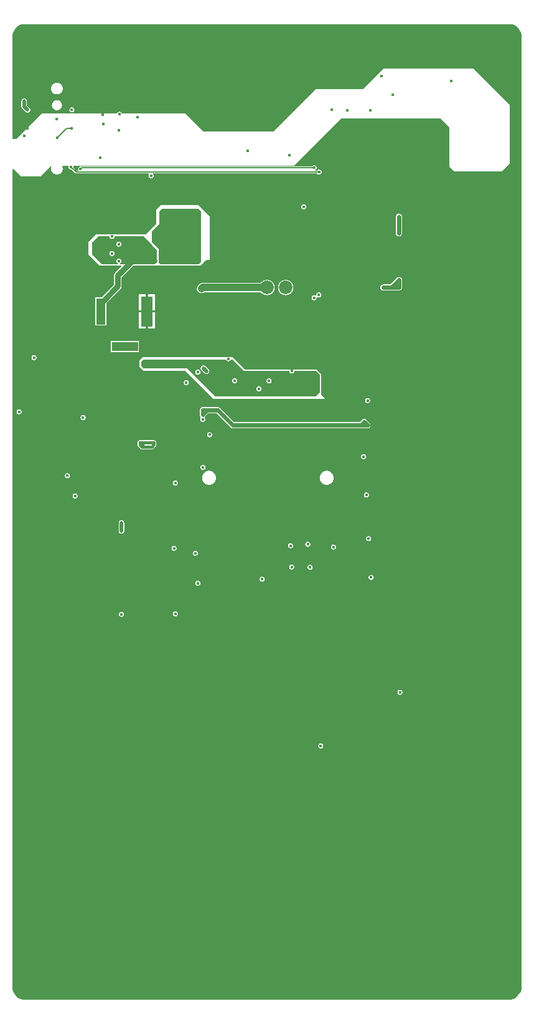
<source format=gbr>
%TF.GenerationSoftware,Altium Limited,Altium Designer,19.1.6 (110)*%
G04 Layer_Physical_Order=3*
G04 Layer_Color=16440176*
%FSLAX26Y26*%
%MOIN*%
%TF.FileFunction,Copper,L3,Inr,Signal*%
%TF.Part,Single*%
G01*
G75*
%TA.AperFunction,Conductor*%
%ADD41C,0.005000*%
%ADD44C,0.039370*%
%ADD46C,0.019685*%
%ADD48C,0.017716*%
%ADD50C,0.031496*%
%ADD51C,0.023622*%
%TA.AperFunction,ComponentPad*%
%ADD52R,0.139764X0.051181*%
%ADD53R,0.051181X0.139764*%
%ADD54R,0.061024X0.161417*%
%ADD55C,0.072835*%
%TA.AperFunction,ViaPad*%
%ADD57C,0.017716*%
G36*
X2695449Y5231141D02*
X2706856Y5226416D01*
X2717123Y5219556D01*
X2725854Y5210825D01*
X2732715Y5200558D01*
X2737440Y5189151D01*
X2739849Y5177040D01*
Y5170866D01*
Y4442077D01*
D01*
Y3223577D01*
Y78740D01*
X2739849Y72566D01*
X2737440Y60455D01*
X2735398Y55524D01*
X2706822Y23172D01*
X2695448Y18460D01*
X2683338Y16051D01*
X2677164Y16051D01*
X2022386Y16058D01*
X1471205Y16056D01*
X72565D01*
X60455Y18465D01*
X49047Y23190D01*
X38781Y30050D01*
X30049Y38781D01*
X23189Y49048D01*
X18464Y60456D01*
X16055Y72566D01*
Y78740D01*
Y3951924D01*
Y4455961D01*
X19692Y4457468D01*
X58701Y4418459D01*
X164016D01*
X219953Y4474397D01*
X220286Y4474264D01*
X223844Y4472577D01*
X222808Y4469682D01*
X222060Y4466699D01*
X221609Y4463657D01*
X221458Y4460585D01*
X221609Y4457514D01*
X222060Y4454472D01*
X222808Y4451489D01*
X223844Y4448593D01*
X225159Y4445813D01*
X226740Y4443176D01*
X228571Y4440706D01*
X230637Y4438427D01*
X232915Y4436362D01*
X235386Y4434530D01*
X238023Y4432949D01*
X240803Y4431634D01*
X243699Y4430598D01*
X246682Y4429851D01*
X249724Y4429399D01*
X252795Y4429248D01*
X255867Y4429399D01*
X258909Y4429851D01*
X261892Y4430598D01*
X264787Y4431634D01*
X267567Y4432949D01*
X270205Y4434530D01*
X272675Y4436362D01*
X274954Y4438427D01*
X277019Y4440706D01*
X278851Y4443176D01*
X280432Y4445813D01*
X281747Y4448593D01*
X282783Y4451489D01*
X283530Y4454472D01*
X283981Y4457514D01*
X284132Y4460585D01*
X283981Y4463657D01*
X283530Y4466699D01*
X282783Y4469682D01*
X281747Y4472578D01*
X281739Y4472593D01*
X284233Y4476530D01*
X312275D01*
X312558Y4476396D01*
X314558Y4473984D01*
X315125Y4472593D01*
X314891Y4471417D01*
X314774Y4469641D01*
X314891Y4467864D01*
X315238Y4466118D01*
X315810Y4464431D01*
X316598Y4462835D01*
X317587Y4461354D01*
X318761Y4460016D01*
X320100Y4458842D01*
X321580Y4457852D01*
X323177Y4457065D01*
X324863Y4456493D01*
X326609Y4456145D01*
X328386Y4456029D01*
X330163Y4456145D01*
X331374Y4456386D01*
X351146Y4436614D01*
X351146Y4436614D01*
X352247Y4435711D01*
X353502Y4435040D01*
X354863Y4434627D01*
X356280Y4434487D01*
X743837D01*
X745550Y4431056D01*
X745648Y4430550D01*
X744747Y4429202D01*
X743960Y4427605D01*
X743388Y4425919D01*
X743040Y4424173D01*
X742924Y4422396D01*
X743040Y4420620D01*
X743388Y4418873D01*
X743960Y4417187D01*
X744747Y4415591D01*
X745737Y4414110D01*
X746911Y4412771D01*
X748249Y4411597D01*
X749730Y4410608D01*
X751327Y4409821D01*
X753013Y4409248D01*
X754759Y4408901D01*
X756535Y4408785D01*
X758312Y4408901D01*
X760058Y4409248D01*
X761745Y4409821D01*
X763341Y4410608D01*
X764822Y4411597D01*
X766160Y4412771D01*
X767334Y4414110D01*
X768324Y4415591D01*
X769111Y4417187D01*
X769683Y4418873D01*
X770031Y4420620D01*
X770147Y4422396D01*
X770031Y4424173D01*
X769683Y4425919D01*
X769111Y4427605D01*
X768324Y4429202D01*
X767423Y4430550D01*
X767521Y4431056D01*
X769234Y4434487D01*
X1645262D01*
X1645948Y4433461D01*
X1647122Y4432122D01*
X1648460Y4430948D01*
X1649941Y4429959D01*
X1651538Y4429171D01*
X1653224Y4428599D01*
X1654970Y4428252D01*
X1656747Y4428135D01*
X1658524Y4428252D01*
X1660270Y4428599D01*
X1661956Y4429171D01*
X1663553Y4429959D01*
X1665033Y4430948D01*
X1666372Y4432122D01*
X1667546Y4433461D01*
X1668535Y4434941D01*
X1669322Y4436538D01*
X1669895Y4438224D01*
X1670242Y4439970D01*
X1670359Y4441747D01*
X1670242Y4443524D01*
X1669895Y4445270D01*
X1669322Y4446956D01*
X1668535Y4448553D01*
X1667546Y4450033D01*
X1666372Y4451372D01*
X1665033Y4452546D01*
X1663553Y4453535D01*
X1661956Y4454322D01*
X1660270Y4454895D01*
X1658524Y4455242D01*
X1656747Y4455359D01*
X1654970Y4455242D01*
X1653224Y4454895D01*
X1651538Y4454322D01*
X1649941Y4453535D01*
X1648460Y4452546D01*
X1647122Y4451372D01*
X1645948Y4450033D01*
X1645262Y4449006D01*
X1637179D01*
X1636261Y4452943D01*
X1636806Y4453212D01*
X1638286Y4454201D01*
X1639625Y4455375D01*
X1640799Y4456714D01*
X1641788Y4458194D01*
X1642576Y4459791D01*
X1643148Y4461477D01*
X1643495Y4463223D01*
X1643612Y4465000D01*
X1643495Y4466777D01*
X1643148Y4468523D01*
X1642576Y4470209D01*
X1641788Y4471806D01*
X1640799Y4473286D01*
X1639625Y4474625D01*
X1638286Y4475799D01*
X1636806Y4476788D01*
X1635209Y4477576D01*
X1633523Y4478148D01*
X1631777Y4478495D01*
X1630000Y4478612D01*
X1628223Y4478495D01*
X1626477Y4478148D01*
X1624791Y4477576D01*
X1623194Y4476788D01*
X1621714Y4475799D01*
X1620375Y4474625D01*
X1619201Y4473286D01*
X1618515Y4472259D01*
X386738D01*
X385321Y4472120D01*
X383959Y4471707D01*
X382729Y4471049D01*
X381344Y4471325D01*
X379567Y4471441D01*
X377790Y4471325D01*
X376044Y4470977D01*
X374358Y4470405D01*
X372761Y4469618D01*
X371281Y4468628D01*
X369942Y4467454D01*
X368768Y4466116D01*
X367779Y4464635D01*
X366991Y4463038D01*
X366419Y4461352D01*
X366072Y4459606D01*
X365955Y4457829D01*
X366072Y4456053D01*
X366419Y4454306D01*
X366882Y4452943D01*
X366830Y4452381D01*
X364626Y4449100D01*
X364472Y4449006D01*
X359286D01*
X341640Y4466653D01*
X341881Y4467864D01*
X341998Y4469641D01*
X341881Y4471417D01*
X341647Y4472593D01*
X342214Y4473984D01*
X344214Y4476396D01*
X344497Y4476530D01*
X1522284D01*
X1776220Y4730467D01*
X2307917Y4730466D01*
X2355311Y4683073D01*
X2355314Y4472432D01*
X2380899Y4446845D01*
X2634844Y4446852D01*
X2677153Y4489161D01*
X2677147Y4803140D01*
X2486070Y4994248D01*
X2000630Y4994247D01*
X1891378Y4884995D01*
X1636457D01*
X1411063Y4659601D01*
X1039016D01*
X942559Y4756058D01*
X599917D01*
X599820Y4756346D01*
X599032Y4757943D01*
X598043Y4759423D01*
X596869Y4760761D01*
X595530Y4761935D01*
X594050Y4762925D01*
X592453Y4763712D01*
X590767Y4764284D01*
X589021Y4764632D01*
X587244Y4764748D01*
X585467Y4764632D01*
X583721Y4764284D01*
X582035Y4763712D01*
X580438Y4762925D01*
X578958Y4761935D01*
X577619Y4760761D01*
X576445Y4759423D01*
X575456Y4757943D01*
X574668Y4756346D01*
X574571Y4756058D01*
X172874D01*
X36063Y4619247D01*
X16055D01*
Y5170866D01*
Y5177040D01*
X18464Y5189150D01*
X23189Y5200558D01*
X30049Y5210824D01*
X38780Y5219556D01*
X49047Y5226416D01*
X60455Y5231141D01*
X72566Y5233550D01*
X2683338D01*
X2695449Y5231141D01*
D02*
G37*
%LPC*%
G36*
X252795Y4920663D02*
X249724Y4920512D01*
X246682Y4920060D01*
X243699Y4919313D01*
X240803Y4918277D01*
X238023Y4916962D01*
X235386Y4915381D01*
X232915Y4913549D01*
X230637Y4911484D01*
X228571Y4909206D01*
X226740Y4906735D01*
X225159Y4904098D01*
X223844Y4901318D01*
X222808Y4898422D01*
X222060Y4895439D01*
X221609Y4892397D01*
X221458Y4889326D01*
X221609Y4886254D01*
X222060Y4883212D01*
X222808Y4880229D01*
X223844Y4877333D01*
X225159Y4874553D01*
X226740Y4871916D01*
X228571Y4869446D01*
X230637Y4867167D01*
X232915Y4865102D01*
X235386Y4863270D01*
X238023Y4861689D01*
X240803Y4860374D01*
X243699Y4859338D01*
X246682Y4858591D01*
X249724Y4858140D01*
X252795Y4857989D01*
X255867Y4858140D01*
X258909Y4858591D01*
X261892Y4859338D01*
X264787Y4860374D01*
X267567Y4861689D01*
X270205Y4863270D01*
X272675Y4865102D01*
X274954Y4867167D01*
X277019Y4869446D01*
X278851Y4871916D01*
X280432Y4874553D01*
X281747Y4877333D01*
X282783Y4880229D01*
X283530Y4883212D01*
X283981Y4886254D01*
X284132Y4889326D01*
X283981Y4892397D01*
X283530Y4895439D01*
X282783Y4898422D01*
X281747Y4901318D01*
X280432Y4904098D01*
X278851Y4906735D01*
X277019Y4909206D01*
X274954Y4911484D01*
X272675Y4913549D01*
X270205Y4915381D01*
X267567Y4916962D01*
X264787Y4918277D01*
X261892Y4919313D01*
X258909Y4920060D01*
X255867Y4920512D01*
X252795Y4920663D01*
D02*
G37*
G36*
Y4826957D02*
X250149Y4826827D01*
X247528Y4826438D01*
X244957Y4825794D01*
X242463Y4824901D01*
X240067Y4823768D01*
X237794Y4822406D01*
X235666Y4820828D01*
X233703Y4819048D01*
X231923Y4817085D01*
X230345Y4814957D01*
X228982Y4812684D01*
X227850Y4810288D01*
X226957Y4807793D01*
X226313Y4805223D01*
X225924Y4802602D01*
X225794Y4799956D01*
X225924Y4797309D01*
X226313Y4794688D01*
X226957Y4792118D01*
X227850Y4789623D01*
X228982Y4787227D01*
X230345Y4784954D01*
X231923Y4782826D01*
X233703Y4780863D01*
X235666Y4779083D01*
X237794Y4777505D01*
X240067Y4776143D01*
X242463Y4775010D01*
X244957Y4774117D01*
X247528Y4773473D01*
X250149Y4773084D01*
X252795Y4772954D01*
X255442Y4773084D01*
X258063Y4773473D01*
X260633Y4774117D01*
X263128Y4775010D01*
X265524Y4776143D01*
X267796Y4777505D01*
X269925Y4779083D01*
X271888Y4780863D01*
X273667Y4782826D01*
X275246Y4784954D01*
X276608Y4787227D01*
X277741Y4789623D01*
X278634Y4792118D01*
X279277Y4794688D01*
X279666Y4797309D01*
X279796Y4799956D01*
X279666Y4802602D01*
X279277Y4805223D01*
X278634Y4807793D01*
X277741Y4810288D01*
X276608Y4812684D01*
X275246Y4814957D01*
X273667Y4817085D01*
X271888Y4819048D01*
X269925Y4820828D01*
X267796Y4822406D01*
X265524Y4823768D01*
X263128Y4824901D01*
X260633Y4825794D01*
X258063Y4826438D01*
X255442Y4826827D01*
X252795Y4826957D01*
D02*
G37*
G36*
X332795Y4788567D02*
X331019Y4788451D01*
X329272Y4788103D01*
X327586Y4787531D01*
X325989Y4786744D01*
X324509Y4785754D01*
X323170Y4784580D01*
X321996Y4783242D01*
X321007Y4781761D01*
X320220Y4780164D01*
X319647Y4778479D01*
X319300Y4776732D01*
X319184Y4774956D01*
X319300Y4773179D01*
X319647Y4771432D01*
X320220Y4769747D01*
X321007Y4768150D01*
X321996Y4766669D01*
X323170Y4765331D01*
X324509Y4764157D01*
X325989Y4763167D01*
X327586Y4762380D01*
X329272Y4761808D01*
X331019Y4761460D01*
X332795Y4761344D01*
X334572Y4761460D01*
X336318Y4761808D01*
X338004Y4762380D01*
X339601Y4763167D01*
X341082Y4764157D01*
X342420Y4765331D01*
X343594Y4766669D01*
X344583Y4768150D01*
X345371Y4769747D01*
X345943Y4771432D01*
X346291Y4773179D01*
X346407Y4774956D01*
X346291Y4776732D01*
X345943Y4778479D01*
X345371Y4780164D01*
X344583Y4781761D01*
X343594Y4783242D01*
X342420Y4784580D01*
X341082Y4785754D01*
X339601Y4786744D01*
X338004Y4787531D01*
X336318Y4788103D01*
X334572Y4788451D01*
X332795Y4788567D01*
D02*
G37*
G36*
X77402Y4836601D02*
X75496Y4836476D01*
X73623Y4836104D01*
X71815Y4835490D01*
X70103Y4834645D01*
X68515Y4833584D01*
X67079Y4832325D01*
X65820Y4830890D01*
X64759Y4829302D01*
X63915Y4827589D01*
X63301Y4825781D01*
X62928Y4823908D01*
X62803Y4822003D01*
Y4793459D01*
X62928Y4791554D01*
X63301Y4789681D01*
X63915Y4787873D01*
X64759Y4786160D01*
X65820Y4784573D01*
X67079Y4783137D01*
X85583Y4764633D01*
X87019Y4763374D01*
X88606Y4762313D01*
X90319Y4761468D01*
X92127Y4760855D01*
X94000Y4760482D01*
X95906Y4760357D01*
X97811Y4760482D01*
X99684Y4760855D01*
X101492Y4761468D01*
X103205Y4762313D01*
X104792Y4763374D01*
X106228Y4764633D01*
X107487Y4766069D01*
X108548Y4767656D01*
X109392Y4769369D01*
X110006Y4771177D01*
X110379Y4773050D01*
X110504Y4774956D01*
X110379Y4776861D01*
X110006Y4778734D01*
X109392Y4780542D01*
X108548Y4782255D01*
X107487Y4783842D01*
X106228Y4785278D01*
X92000Y4799506D01*
Y4822003D01*
X91875Y4823908D01*
X91502Y4825781D01*
X90889Y4827589D01*
X90044Y4829302D01*
X88983Y4830890D01*
X87724Y4832325D01*
X86288Y4833584D01*
X84701Y4834645D01*
X82988Y4835490D01*
X81180Y4836104D01*
X79307Y4836476D01*
X77402Y4836601D01*
D02*
G37*
G36*
X1574023Y4269661D02*
X1572246Y4269545D01*
X1570500Y4269197D01*
X1568814Y4268625D01*
X1567217Y4267837D01*
X1565737Y4266848D01*
X1564398Y4265674D01*
X1563224Y4264336D01*
X1562235Y4262855D01*
X1561447Y4261258D01*
X1560875Y4259572D01*
X1560528Y4257826D01*
X1560411Y4256049D01*
X1560528Y4254273D01*
X1560875Y4252526D01*
X1561447Y4250840D01*
X1562235Y4249243D01*
X1563224Y4247763D01*
X1564398Y4246424D01*
X1565737Y4245250D01*
X1567217Y4244261D01*
X1568814Y4243474D01*
X1570500Y4242901D01*
X1572246Y4242554D01*
X1574023Y4242438D01*
X1575800Y4242554D01*
X1577546Y4242901D01*
X1579232Y4243474D01*
X1580829Y4244261D01*
X1582309Y4245250D01*
X1583648Y4246424D01*
X1584822Y4247763D01*
X1585811Y4249243D01*
X1586599Y4250840D01*
X1587171Y4252526D01*
X1587518Y4254273D01*
X1587635Y4256049D01*
X1587518Y4257826D01*
X1587171Y4259572D01*
X1586599Y4261258D01*
X1585811Y4262855D01*
X1584822Y4264336D01*
X1583648Y4265674D01*
X1582309Y4266848D01*
X1580829Y4267837D01*
X1579232Y4268625D01*
X1577546Y4269197D01*
X1575800Y4269545D01*
X1574023Y4269661D01*
D02*
G37*
G36*
X2084291Y4220463D02*
X2082128Y4220322D01*
X2080003Y4219899D01*
X2077950Y4219202D01*
X2076006Y4218243D01*
X2074204Y4217039D01*
X2072574Y4215610D01*
X2071145Y4213980D01*
X2069941Y4212178D01*
X2068982Y4210234D01*
X2068285Y4208181D01*
X2067862Y4206055D01*
X2067720Y4203892D01*
Y4175349D01*
Y4138932D01*
Y4114326D01*
X2067862Y4112163D01*
X2068285Y4110037D01*
X2068982Y4107984D01*
X2069941Y4106040D01*
X2071145Y4104238D01*
X2072574Y4102608D01*
X2074204Y4101179D01*
X2076006Y4099975D01*
X2077950Y4099016D01*
X2080003Y4098319D01*
X2082128Y4097896D01*
X2084291Y4097755D01*
X2086454Y4097896D01*
X2088580Y4098319D01*
X2090633Y4099016D01*
X2092577Y4099975D01*
X2094379Y4101179D01*
X2096009Y4102608D01*
X2097438Y4104238D01*
X2098642Y4106040D01*
X2099601Y4107984D01*
X2100298Y4110037D01*
X2100720Y4112163D01*
X2100862Y4114326D01*
Y4138932D01*
Y4175349D01*
Y4203892D01*
X2100720Y4206055D01*
X2100298Y4208181D01*
X2099601Y4210234D01*
X2098642Y4212178D01*
X2097438Y4213980D01*
X2096009Y4215610D01*
X2094379Y4217039D01*
X2092577Y4218243D01*
X2090633Y4219202D01*
X2088580Y4219899D01*
X2086454Y4220322D01*
X2084291Y4220463D01*
D02*
G37*
G36*
X1012441Y4263932D02*
X806732D01*
X783110Y4240310D01*
Y4166491D01*
X727008Y4110389D01*
X462244D01*
X421890Y4070034D01*
Y4001137D01*
X481929Y3941097D01*
X597393D01*
X598900Y3937460D01*
X564576Y3903136D01*
X563044Y3901421D01*
X561713Y3899546D01*
X560601Y3897533D01*
X559721Y3895409D01*
X559084Y3893199D01*
X558699Y3890932D01*
X558570Y3888637D01*
Y3840043D01*
X490136Y3771609D01*
X458504D01*
Y3622396D01*
X519134D01*
Y3742611D01*
X593574Y3817051D01*
X595106Y3818765D01*
X596437Y3820641D01*
X597549Y3822653D01*
X598429Y3824778D01*
X599065Y3826987D01*
X599451Y3829254D01*
X599580Y3831550D01*
Y3880143D01*
X660533Y3941097D01*
X1020315D01*
X1048343Y3969125D01*
X1049843Y3968504D01*
Y3968504D01*
X1053780Y3972441D01*
X1071850D01*
Y4204522D01*
X1012441Y4263932D01*
D02*
G37*
G36*
X2085276Y3880896D02*
X2083113Y3880755D01*
X2080987Y3880332D01*
X2078934Y3879635D01*
X2076990Y3878677D01*
X2075188Y3877472D01*
X2073558Y3876043D01*
X2039042Y3841526D01*
X2000630D01*
X1998467Y3841385D01*
X1996341Y3840962D01*
X1994289Y3840265D01*
X1992344Y3839306D01*
X1990542Y3838102D01*
X1988912Y3836673D01*
X1987483Y3835043D01*
X1986279Y3833241D01*
X1985320Y3831297D01*
X1984624Y3829244D01*
X1984201Y3827118D01*
X1984059Y3824956D01*
X1984201Y3822793D01*
X1984624Y3820667D01*
X1985320Y3818614D01*
X1986279Y3816670D01*
X1987483Y3814868D01*
X1988912Y3813238D01*
X1990542Y3811809D01*
X1992344Y3810605D01*
X1994289Y3809646D01*
X1996341Y3808949D01*
X1998467Y3808526D01*
X2000630Y3808385D01*
X2041968D01*
X2043937Y3808514D01*
X2045906Y3808385D01*
X2084291D01*
X2086454Y3808526D01*
X2088580Y3808949D01*
X2090633Y3809646D01*
X2092577Y3810605D01*
X2094379Y3811809D01*
X2096009Y3813238D01*
X2097438Y3814868D01*
X2098642Y3816670D01*
X2099601Y3818614D01*
X2100298Y3820667D01*
X2100720Y3822793D01*
X2100862Y3824956D01*
Y3858801D01*
X2101282Y3860037D01*
X2101705Y3862163D01*
X2101847Y3864326D01*
X2101705Y3866488D01*
X2101282Y3868615D01*
X2100585Y3870667D01*
X2099626Y3872611D01*
X2098422Y3874413D01*
X2096993Y3876043D01*
X2095363Y3877472D01*
X2093561Y3878677D01*
X2091617Y3879635D01*
X2089564Y3880332D01*
X2087439Y3880755D01*
X2085276Y3880896D01*
D02*
G37*
G36*
X1477795Y3866136D02*
X1474206Y3865980D01*
X1470644Y3865511D01*
X1467137Y3864733D01*
X1463711Y3863653D01*
X1460391Y3862278D01*
X1457205Y3860619D01*
X1454175Y3858689D01*
X1451325Y3856502D01*
X1448676Y3854075D01*
X1446249Y3851426D01*
X1444062Y3848576D01*
X1442132Y3845546D01*
X1440473Y3842359D01*
X1439098Y3839040D01*
X1438018Y3835614D01*
X1437240Y3832106D01*
X1436771Y3828545D01*
X1436614Y3824956D01*
X1436771Y3821366D01*
X1437240Y3817805D01*
X1438018Y3814297D01*
X1439098Y3810871D01*
X1440473Y3807552D01*
X1442132Y3804365D01*
X1444062Y3801335D01*
X1446249Y3798485D01*
X1448676Y3795836D01*
X1451325Y3793409D01*
X1454175Y3791222D01*
X1457205Y3789292D01*
X1460391Y3787633D01*
X1463711Y3786258D01*
X1467137Y3785178D01*
X1470644Y3784400D01*
X1474206Y3783931D01*
X1477795Y3783775D01*
X1481384Y3783931D01*
X1484946Y3784400D01*
X1488454Y3785178D01*
X1491880Y3786258D01*
X1495199Y3787633D01*
X1498386Y3789292D01*
X1501416Y3791222D01*
X1504266Y3793409D01*
X1506915Y3795836D01*
X1509342Y3798485D01*
X1511529Y3801335D01*
X1513459Y3804365D01*
X1515118Y3807552D01*
X1516493Y3810871D01*
X1517573Y3814297D01*
X1518351Y3817805D01*
X1518820Y3821366D01*
X1518976Y3824956D01*
X1518820Y3828545D01*
X1518351Y3832106D01*
X1517573Y3835614D01*
X1516493Y3839040D01*
X1515118Y3842359D01*
X1513459Y3845546D01*
X1511529Y3848576D01*
X1509342Y3851426D01*
X1506915Y3854075D01*
X1504266Y3856502D01*
X1501416Y3858689D01*
X1498386Y3860619D01*
X1495199Y3862278D01*
X1491880Y3863653D01*
X1488454Y3864733D01*
X1484946Y3865511D01*
X1481384Y3865980D01*
X1477795Y3866136D01*
D02*
G37*
G36*
X1377795D02*
X1374206Y3865980D01*
X1370644Y3865511D01*
X1367137Y3864733D01*
X1363711Y3863653D01*
X1360391Y3862278D01*
X1357205Y3860619D01*
X1354175Y3858689D01*
X1351325Y3856502D01*
X1348676Y3854075D01*
X1346249Y3851426D01*
X1344697Y3849403D01*
X1033110D01*
X1030373Y3849250D01*
X1027670Y3848790D01*
X1025036Y3848032D01*
X1022503Y3846982D01*
X1020103Y3845656D01*
X1017867Y3844070D01*
X1015823Y3842243D01*
X1015822Y3842242D01*
X1009918Y3836337D01*
X1008091Y3834293D01*
X1006504Y3832057D01*
X1005178Y3829658D01*
X1004129Y3827125D01*
X1003370Y3824490D01*
X1002911Y3821787D01*
X1002757Y3819050D01*
X1002911Y3816313D01*
X1003370Y3813610D01*
X1004129Y3810975D01*
X1005178Y3808442D01*
X1006504Y3806043D01*
X1008091Y3803807D01*
X1009918Y3801763D01*
X1011962Y3799936D01*
X1014198Y3798349D01*
X1016597Y3797023D01*
X1019130Y3795974D01*
X1021765Y3795215D01*
X1024467Y3794756D01*
X1027205Y3794602D01*
X1029942Y3794756D01*
X1032645Y3795215D01*
X1035280Y3795974D01*
X1037812Y3797023D01*
X1040212Y3798349D01*
X1042448Y3799936D01*
X1043088Y3800508D01*
X1344697D01*
X1346249Y3798485D01*
X1348676Y3795836D01*
X1351325Y3793409D01*
X1354175Y3791222D01*
X1357205Y3789292D01*
X1360391Y3787633D01*
X1363711Y3786258D01*
X1367137Y3785178D01*
X1370644Y3784400D01*
X1374206Y3783931D01*
X1377795Y3783775D01*
X1381384Y3783931D01*
X1384946Y3784400D01*
X1388454Y3785178D01*
X1391880Y3786258D01*
X1395199Y3787633D01*
X1398386Y3789292D01*
X1401416Y3791222D01*
X1404266Y3793409D01*
X1406915Y3795836D01*
X1409342Y3798485D01*
X1411529Y3801335D01*
X1413459Y3804365D01*
X1415118Y3807552D01*
X1416493Y3810871D01*
X1417573Y3814297D01*
X1418351Y3817805D01*
X1418820Y3821366D01*
X1418976Y3824956D01*
X1418820Y3828545D01*
X1418351Y3832106D01*
X1417573Y3835614D01*
X1416493Y3839040D01*
X1415118Y3842359D01*
X1413459Y3845546D01*
X1411529Y3848576D01*
X1409342Y3851426D01*
X1406915Y3854075D01*
X1404266Y3856502D01*
X1401416Y3858689D01*
X1398386Y3860619D01*
X1395199Y3862278D01*
X1391880Y3863653D01*
X1388454Y3864733D01*
X1384946Y3865511D01*
X1381384Y3865980D01*
X1377795Y3866136D01*
D02*
G37*
G36*
X1655000Y3798612D02*
X1653223Y3798495D01*
X1651477Y3798148D01*
X1649791Y3797576D01*
X1648194Y3796788D01*
X1646714Y3795799D01*
X1645375Y3794625D01*
X1644201Y3793286D01*
X1643212Y3791806D01*
X1642424Y3790209D01*
X1641852Y3788523D01*
X1641505Y3786777D01*
X1641388Y3785000D01*
X1641505Y3783223D01*
X1641507Y3783211D01*
X1639109Y3781415D01*
X1637925Y3781041D01*
X1636806Y3781788D01*
X1635209Y3782576D01*
X1633523Y3783148D01*
X1631777Y3783495D01*
X1630000Y3783612D01*
X1628223Y3783495D01*
X1626477Y3783148D01*
X1624791Y3782576D01*
X1623194Y3781788D01*
X1621714Y3780799D01*
X1620375Y3779625D01*
X1619201Y3778286D01*
X1618212Y3776806D01*
X1617424Y3775209D01*
X1616852Y3773523D01*
X1616505Y3771777D01*
X1616388Y3770000D01*
X1616505Y3768223D01*
X1616852Y3766477D01*
X1617424Y3764791D01*
X1618212Y3763194D01*
X1619201Y3761714D01*
X1620375Y3760375D01*
X1621714Y3759201D01*
X1623194Y3758212D01*
X1624791Y3757424D01*
X1626477Y3756852D01*
X1628223Y3756505D01*
X1630000Y3756388D01*
X1631777Y3756505D01*
X1633523Y3756852D01*
X1635209Y3757424D01*
X1636806Y3758212D01*
X1638286Y3759201D01*
X1639625Y3760375D01*
X1640799Y3761714D01*
X1641788Y3763194D01*
X1642576Y3764791D01*
X1643148Y3766477D01*
X1643495Y3768223D01*
X1643612Y3770000D01*
X1643495Y3771777D01*
X1643493Y3771789D01*
X1645891Y3773585D01*
X1647075Y3773959D01*
X1648194Y3773212D01*
X1649791Y3772424D01*
X1651477Y3771852D01*
X1653223Y3771505D01*
X1655000Y3771388D01*
X1656777Y3771505D01*
X1658523Y3771852D01*
X1660209Y3772424D01*
X1661806Y3773212D01*
X1663286Y3774201D01*
X1664625Y3775375D01*
X1665799Y3776714D01*
X1666788Y3778194D01*
X1667576Y3779791D01*
X1668148Y3781477D01*
X1668495Y3783223D01*
X1668612Y3785000D01*
X1668495Y3786777D01*
X1668148Y3788523D01*
X1667576Y3790209D01*
X1666788Y3791806D01*
X1665799Y3793286D01*
X1664625Y3794625D01*
X1663286Y3795799D01*
X1661806Y3796788D01*
X1660209Y3797576D01*
X1658523Y3798148D01*
X1656777Y3798495D01*
X1655000Y3798612D01*
D02*
G37*
G36*
X777205Y3789522D02*
X740788D01*
Y3702909D01*
X777205D01*
Y3789522D01*
D02*
G37*
G36*
X728977D02*
X692559D01*
Y3702909D01*
X728977D01*
Y3789522D01*
D02*
G37*
G36*
X777205Y3691098D02*
X740788D01*
Y3604483D01*
X777205D01*
Y3691098D01*
D02*
G37*
G36*
X728977D02*
X692559D01*
Y3604483D01*
X728977D01*
Y3691098D01*
D02*
G37*
G36*
X691378Y3538341D02*
X542165D01*
Y3477711D01*
X691378D01*
Y3538341D01*
D02*
G37*
G36*
X130000Y3463612D02*
X128223Y3463495D01*
X126477Y3463148D01*
X124791Y3462575D01*
X123194Y3461788D01*
X121714Y3460799D01*
X120375Y3459625D01*
X119201Y3458286D01*
X118212Y3456806D01*
X117424Y3455209D01*
X116852Y3453523D01*
X116505Y3451777D01*
X116388Y3450000D01*
X116505Y3448223D01*
X116852Y3446477D01*
X117424Y3444791D01*
X118212Y3443194D01*
X119201Y3441714D01*
X120375Y3440375D01*
X121714Y3439201D01*
X123194Y3438212D01*
X124791Y3437424D01*
X126477Y3436852D01*
X128223Y3436505D01*
X130000Y3436388D01*
X131777Y3436505D01*
X133523Y3436852D01*
X135209Y3437424D01*
X136806Y3438212D01*
X138286Y3439201D01*
X139625Y3440375D01*
X140799Y3441714D01*
X141788Y3443194D01*
X142576Y3444791D01*
X143148Y3446477D01*
X143495Y3448223D01*
X143612Y3450000D01*
X143495Y3451777D01*
X143148Y3453523D01*
X142576Y3455209D01*
X141788Y3456806D01*
X140799Y3458286D01*
X139625Y3459625D01*
X138286Y3460799D01*
X136806Y3461788D01*
X135209Y3462575D01*
X133523Y3463148D01*
X131777Y3463495D01*
X130000Y3463612D01*
D02*
G37*
G36*
X945866Y3329557D02*
X944089Y3329440D01*
X942343Y3329093D01*
X940657Y3328521D01*
X939060Y3327733D01*
X937580Y3326744D01*
X936241Y3325570D01*
X935067Y3324231D01*
X934078Y3322751D01*
X933290Y3321154D01*
X932718Y3319468D01*
X932371Y3317722D01*
X932254Y3315945D01*
X932371Y3314168D01*
X932718Y3312422D01*
X933290Y3310736D01*
X934078Y3309139D01*
X935067Y3307659D01*
X936241Y3306320D01*
X937580Y3305146D01*
X939060Y3304157D01*
X940657Y3303369D01*
X942343Y3302797D01*
X944089Y3302450D01*
X945866Y3302333D01*
X947643Y3302450D01*
X949389Y3302797D01*
X951075Y3303369D01*
X952672Y3304157D01*
X954152Y3305146D01*
X955491Y3306320D01*
X956665Y3307659D01*
X957654Y3309139D01*
X958442Y3310736D01*
X959014Y3312422D01*
X959361Y3314168D01*
X959478Y3315945D01*
X959361Y3317722D01*
X959014Y3319468D01*
X958442Y3321154D01*
X957654Y3322751D01*
X956665Y3324231D01*
X955491Y3325570D01*
X954152Y3326744D01*
X952672Y3327733D01*
X951075Y3328521D01*
X949389Y3329093D01*
X947643Y3329440D01*
X945866Y3329557D01*
D02*
G37*
G36*
X1192971Y3452496D02*
X1192399Y3451924D01*
X712244D01*
X693543Y3433223D01*
Y3400743D01*
X714213Y3380074D01*
X940591D01*
X1092165Y3228499D01*
X1643347D01*
X1692566Y3228492D01*
X1667953Y3253105D01*
Y3289721D01*
X1667953Y3363341D01*
X1644331Y3386963D01*
X1258504D01*
X1192971Y3452496D01*
D02*
G37*
G36*
X1916455Y3233612D02*
X1914678Y3233495D01*
X1912932Y3233148D01*
X1911246Y3232575D01*
X1909649Y3231788D01*
X1908168Y3230799D01*
X1906830Y3229625D01*
X1905656Y3228286D01*
X1904667Y3226806D01*
X1903879Y3225209D01*
X1903325Y3223577D01*
X1903307Y3223523D01*
X1902959Y3221777D01*
X1902843Y3220000D01*
X1902959Y3218223D01*
X1903307Y3216477D01*
X1903879Y3214791D01*
X1904667Y3213194D01*
X1905656Y3211714D01*
X1906830Y3210375D01*
X1908168Y3209201D01*
X1909649Y3208212D01*
X1911246Y3207424D01*
X1912932Y3206852D01*
X1914678Y3206505D01*
X1916455Y3206388D01*
X1918231Y3206505D01*
X1919978Y3206852D01*
X1921664Y3207424D01*
X1923260Y3208212D01*
X1924741Y3209201D01*
X1926080Y3210375D01*
X1927254Y3211714D01*
X1928243Y3213194D01*
X1929030Y3214791D01*
X1929602Y3216477D01*
X1929950Y3218223D01*
X1930066Y3220000D01*
X1929950Y3221777D01*
X1929602Y3223523D01*
X1929263Y3224522D01*
D01*
X1929030Y3225209D01*
X1928243Y3226806D01*
X1927254Y3228286D01*
X1926080Y3229625D01*
X1924741Y3230799D01*
X1923260Y3231788D01*
X1921664Y3232575D01*
X1919978Y3233148D01*
X1918231Y3233495D01*
X1916455Y3233612D01*
D02*
G37*
G36*
X50000Y3173612D02*
X48223Y3173495D01*
X46477Y3173148D01*
X44791Y3172576D01*
X43194Y3171788D01*
X41714Y3170799D01*
X40375Y3169625D01*
X39201Y3168286D01*
X38212Y3166806D01*
X37424Y3165209D01*
X36852Y3163523D01*
X36505Y3161777D01*
X36388Y3160000D01*
X36505Y3158223D01*
X36852Y3156477D01*
X37424Y3154791D01*
X38212Y3153194D01*
X39201Y3151714D01*
X40375Y3150375D01*
X41714Y3149201D01*
X43194Y3148212D01*
X44791Y3147424D01*
X46477Y3146852D01*
X48223Y3146505D01*
X50000Y3146388D01*
X51777Y3146505D01*
X53523Y3146852D01*
X55209Y3147424D01*
X56806Y3148212D01*
X58286Y3149201D01*
X59625Y3150375D01*
X60799Y3151714D01*
X61788Y3153194D01*
X62576Y3154791D01*
X63148Y3156477D01*
X63495Y3158223D01*
X63612Y3160000D01*
X63495Y3161777D01*
X63148Y3163523D01*
X62576Y3165209D01*
X61788Y3166806D01*
X60799Y3168286D01*
X59625Y3169625D01*
X58286Y3170799D01*
X56806Y3171788D01*
X55209Y3172576D01*
X53523Y3173148D01*
X51777Y3173495D01*
X50000Y3173612D01*
D02*
G37*
G36*
X392825Y3143437D02*
X391048Y3143320D01*
X389302Y3142973D01*
X387616Y3142401D01*
X386019Y3141613D01*
X384539Y3140624D01*
X383200Y3139450D01*
X382026Y3138111D01*
X381037Y3136631D01*
X380249Y3135034D01*
X379677Y3133348D01*
X379330Y3131602D01*
X379213Y3129825D01*
X379330Y3128048D01*
X379677Y3126302D01*
X380249Y3124616D01*
X381037Y3123019D01*
X382026Y3121539D01*
X383200Y3120200D01*
X384539Y3119026D01*
X386019Y3118037D01*
X387616Y3117249D01*
X389302Y3116677D01*
X391048Y3116330D01*
X392825Y3116213D01*
X394602Y3116330D01*
X396348Y3116677D01*
X398034Y3117249D01*
X399631Y3118037D01*
X401111Y3119026D01*
X402450Y3120200D01*
X403624Y3121539D01*
X404613Y3123019D01*
X405401Y3124616D01*
X405973Y3126302D01*
X406320Y3128048D01*
X406437Y3129825D01*
X406320Y3131602D01*
X405973Y3133348D01*
X405401Y3135034D01*
X404613Y3136631D01*
X403624Y3138111D01*
X402450Y3139450D01*
X401111Y3140624D01*
X399631Y3141613D01*
X398034Y3142401D01*
X396348Y3142973D01*
X394602Y3143320D01*
X392825Y3143437D01*
D02*
G37*
G36*
X1113694Y3184878D02*
X1033465D01*
X1031302Y3184736D01*
X1029176Y3184313D01*
X1027123Y3183617D01*
X1025179Y3182658D01*
X1023377Y3181454D01*
X1021747Y3180024D01*
X1020318Y3178395D01*
X1019114Y3176593D01*
X1018155Y3174648D01*
X1017458Y3172596D01*
X1017035Y3170470D01*
X1016894Y3168307D01*
Y3145669D01*
X1017035Y3143506D01*
X1017458Y3141380D01*
X1018155Y3139328D01*
X1019114Y3137384D01*
X1019867Y3136257D01*
X1020318Y3135582D01*
X1021747Y3133952D01*
X1022862Y3132974D01*
X1022886Y3132942D01*
X1023508Y3130191D01*
X1023541Y3129599D01*
X1023210Y3128001D01*
X1022666Y3127381D01*
X1021677Y3125900D01*
X1020889Y3124303D01*
X1020317Y3122617D01*
X1019969Y3120871D01*
X1019853Y3119095D01*
X1019969Y3117318D01*
X1020317Y3115572D01*
X1020889Y3113885D01*
X1021677Y3112289D01*
X1022666Y3110808D01*
X1023840Y3109470D01*
X1025178Y3108296D01*
X1026659Y3107306D01*
X1028256Y3106519D01*
X1029942Y3105947D01*
X1031688Y3105599D01*
X1033465Y3105483D01*
X1035241Y3105599D01*
X1036988Y3105947D01*
X1038674Y3106519D01*
X1040270Y3107306D01*
X1041751Y3108296D01*
X1043090Y3109470D01*
X1044264Y3110808D01*
X1045253Y3112289D01*
X1046040Y3113885D01*
X1046612Y3115572D01*
X1046960Y3117318D01*
X1047076Y3119095D01*
X1046960Y3120871D01*
X1046612Y3122617D01*
X1046040Y3124303D01*
X1045253Y3125900D01*
X1044264Y3127381D01*
X1043719Y3128001D01*
X1043389Y3129599D01*
X1043422Y3130191D01*
X1044043Y3132942D01*
X1044067Y3132974D01*
X1045182Y3133952D01*
X1062966Y3151736D01*
X1106830D01*
X1182686Y3075881D01*
X1184315Y3074452D01*
X1186117Y3073248D01*
X1188062Y3072289D01*
X1190114Y3071592D01*
X1192240Y3071169D01*
X1194403Y3071028D01*
X1916339D01*
X1918502Y3071169D01*
X1920628Y3071592D01*
X1922680Y3072289D01*
X1924624Y3073247D01*
X1926426Y3074452D01*
X1928056Y3075881D01*
X1929485Y3077511D01*
X1930689Y3079313D01*
X1931648Y3081257D01*
X1932345Y3083309D01*
X1932768Y3085435D01*
X1932909Y3087598D01*
X1932768Y3089761D01*
X1932345Y3091887D01*
X1931648Y3093940D01*
X1930689Y3095884D01*
X1929485Y3097686D01*
X1928056Y3099316D01*
X1910339Y3117032D01*
X1908710Y3118462D01*
X1906908Y3119666D01*
X1904963Y3120624D01*
X1902911Y3121321D01*
X1900785Y3121744D01*
X1898622Y3121886D01*
X1896459Y3121744D01*
X1894333Y3121321D01*
X1892281Y3120624D01*
X1890336Y3119666D01*
X1888534Y3118462D01*
X1886905Y3117032D01*
X1874042Y3104169D01*
X1201267D01*
X1125412Y3180024D01*
X1123782Y3181454D01*
X1123106Y3181905D01*
X1121980Y3182658D01*
X1120036Y3183617D01*
X1117983Y3184313D01*
X1115857Y3184736D01*
X1113694Y3184878D01*
D02*
G37*
G36*
X1070866Y3051013D02*
X1069089Y3050897D01*
X1067343Y3050550D01*
X1065657Y3049977D01*
X1064060Y3049190D01*
X1062580Y3048200D01*
X1061241Y3047026D01*
X1060067Y3045688D01*
X1059078Y3044207D01*
X1058291Y3042611D01*
X1057718Y3040925D01*
X1057371Y3039178D01*
X1057254Y3037402D01*
X1057371Y3035625D01*
X1057718Y3033879D01*
X1058291Y3032193D01*
X1059078Y3030596D01*
X1060067Y3029115D01*
X1061241Y3027777D01*
X1062580Y3026603D01*
X1064060Y3025613D01*
X1065657Y3024826D01*
X1067343Y3024254D01*
X1069089Y3023906D01*
X1070866Y3023790D01*
X1072643Y3023906D01*
X1074389Y3024254D01*
X1076075Y3024826D01*
X1077672Y3025613D01*
X1079152Y3026603D01*
X1080491Y3027777D01*
X1081665Y3029115D01*
X1082654Y3030596D01*
X1083442Y3032193D01*
X1084014Y3033879D01*
X1084361Y3035625D01*
X1084478Y3037402D01*
X1084361Y3039178D01*
X1084014Y3040925D01*
X1083442Y3042611D01*
X1082654Y3044207D01*
X1081665Y3045688D01*
X1080491Y3047026D01*
X1079152Y3048200D01*
X1077672Y3049190D01*
X1076075Y3049977D01*
X1074389Y3050550D01*
X1072643Y3050897D01*
X1070866Y3051013D01*
D02*
G37*
G36*
X771654Y3007706D02*
X723425D01*
X721649Y3007590D01*
X721211Y3007503D01*
X720773Y3007590D01*
X718996Y3007706D01*
X696850D01*
X695074Y3007590D01*
X693327Y3007242D01*
X691641Y3006670D01*
X690045Y3005883D01*
X688564Y3004893D01*
X687226Y3003719D01*
X686052Y3002381D01*
X685062Y3000900D01*
X684275Y2999303D01*
X683702Y2997617D01*
X683355Y2995871D01*
X683239Y2994095D01*
X683355Y2992318D01*
X683702Y2990572D01*
X683731Y2990488D01*
Y2983760D01*
X683847Y2981983D01*
X684195Y2980237D01*
X684767Y2978551D01*
X685554Y2976954D01*
X686544Y2975474D01*
X687718Y2974135D01*
X692885Y2968968D01*
X694224Y2967794D01*
X695704Y2966804D01*
X696487Y2966418D01*
X696873Y2965635D01*
X697862Y2964155D01*
X699037Y2962816D01*
X700375Y2961642D01*
X701856Y2960653D01*
X703452Y2959865D01*
X705138Y2959293D01*
X706885Y2958946D01*
X708661Y2958829D01*
X759842D01*
X761619Y2958946D01*
X763365Y2959293D01*
X765052Y2959865D01*
X766648Y2960653D01*
X768129Y2961642D01*
X769467Y2962816D01*
X781278Y2974627D01*
X782452Y2975966D01*
X783442Y2977446D01*
X784229Y2979043D01*
X784801Y2980729D01*
X785149Y2982475D01*
X785265Y2984252D01*
X785149Y2986029D01*
X784801Y2987775D01*
X784327Y2989173D01*
X784801Y2990572D01*
X785149Y2992318D01*
X785265Y2994095D01*
X785149Y2995871D01*
X784801Y2997617D01*
X784229Y2999303D01*
X783442Y3000900D01*
X782452Y3002381D01*
X781278Y3003719D01*
X779940Y3004893D01*
X778459Y3005883D01*
X776862Y3006670D01*
X775177Y3007242D01*
X773430Y3007590D01*
X771654Y3007706D01*
D02*
G37*
G36*
X1895000Y2933612D02*
X1893223Y2933495D01*
X1891477Y2933148D01*
X1889791Y2932576D01*
X1888194Y2931788D01*
X1886714Y2930799D01*
X1885375Y2929625D01*
X1884201Y2928286D01*
X1883212Y2926806D01*
X1882424Y2925209D01*
X1881852Y2923523D01*
X1881505Y2921777D01*
X1881388Y2920000D01*
X1881505Y2918223D01*
X1881852Y2916477D01*
X1882424Y2914791D01*
X1883212Y2913194D01*
X1884201Y2911714D01*
X1885375Y2910375D01*
X1886714Y2909201D01*
X1888194Y2908212D01*
X1889791Y2907424D01*
X1891477Y2906852D01*
X1893223Y2906505D01*
X1895000Y2906388D01*
X1896777Y2906505D01*
X1898523Y2906852D01*
X1900209Y2907424D01*
X1901806Y2908212D01*
X1903286Y2909201D01*
X1904625Y2910375D01*
X1905799Y2911714D01*
X1906788Y2913194D01*
X1907576Y2914791D01*
X1908148Y2916477D01*
X1908495Y2918223D01*
X1908612Y2920000D01*
X1908495Y2921777D01*
X1908148Y2923523D01*
X1907576Y2925209D01*
X1906788Y2926806D01*
X1905799Y2928286D01*
X1904625Y2929625D01*
X1903286Y2930799D01*
X1901806Y2931788D01*
X1900209Y2932576D01*
X1898523Y2933148D01*
X1896777Y2933495D01*
X1895000Y2933612D01*
D02*
G37*
G36*
X1035497Y2876115D02*
X1033720Y2875999D01*
X1031974Y2875651D01*
X1030288Y2875079D01*
X1028691Y2874291D01*
X1027210Y2873302D01*
X1025872Y2872128D01*
X1024698Y2870790D01*
X1023709Y2869309D01*
X1022921Y2867712D01*
X1022349Y2866026D01*
X1022001Y2864280D01*
X1021885Y2862503D01*
X1022001Y2860727D01*
X1022349Y2858980D01*
X1022921Y2857294D01*
X1023709Y2855698D01*
X1024698Y2854217D01*
X1025872Y2852878D01*
X1027210Y2851704D01*
X1028691Y2850715D01*
X1030288Y2849928D01*
X1031974Y2849355D01*
X1033720Y2849008D01*
X1035497Y2848892D01*
X1037273Y2849008D01*
X1039020Y2849355D01*
X1040706Y2849928D01*
X1042303Y2850715D01*
X1043783Y2851704D01*
X1045122Y2852878D01*
X1046296Y2854217D01*
X1047285Y2855698D01*
X1048072Y2857294D01*
X1048645Y2858980D01*
X1048992Y2860727D01*
X1049108Y2862503D01*
X1048992Y2864280D01*
X1048645Y2866026D01*
X1048072Y2867712D01*
X1047285Y2869309D01*
X1046296Y2870790D01*
X1045122Y2872128D01*
X1043783Y2873302D01*
X1042303Y2874291D01*
X1040706Y2875079D01*
X1039020Y2875651D01*
X1037273Y2875999D01*
X1035497Y2876115D01*
D02*
G37*
G36*
X308071Y2831525D02*
X306294Y2831409D01*
X304548Y2831061D01*
X302862Y2830489D01*
X301265Y2829702D01*
X299785Y2828712D01*
X298446Y2827538D01*
X297272Y2826200D01*
X296283Y2824719D01*
X295495Y2823122D01*
X294923Y2821436D01*
X294576Y2819690D01*
X294459Y2817913D01*
X294576Y2816137D01*
X294923Y2814390D01*
X295495Y2812704D01*
X296283Y2811108D01*
X297272Y2809627D01*
X298446Y2808289D01*
X299785Y2807115D01*
X301265Y2806125D01*
X302862Y2805338D01*
X304548Y2804765D01*
X306294Y2804418D01*
X308071Y2804302D01*
X309848Y2804418D01*
X311594Y2804765D01*
X313280Y2805338D01*
X314877Y2806125D01*
X316357Y2807115D01*
X317696Y2808289D01*
X318870Y2809627D01*
X319859Y2811108D01*
X320647Y2812704D01*
X321219Y2814390D01*
X321566Y2816137D01*
X321683Y2817913D01*
X321566Y2819690D01*
X321219Y2821436D01*
X320647Y2823122D01*
X319859Y2824719D01*
X318870Y2826200D01*
X317696Y2827538D01*
X316357Y2828712D01*
X314877Y2829702D01*
X313280Y2830489D01*
X311594Y2831061D01*
X309848Y2831409D01*
X308071Y2831525D01*
D02*
G37*
G36*
X1697481Y2844676D02*
X1694218Y2844534D01*
X1690980Y2844107D01*
X1687792Y2843401D01*
X1684677Y2842418D01*
X1681660Y2841169D01*
X1678763Y2839660D01*
X1676008Y2837906D01*
X1673417Y2835918D01*
X1671009Y2833711D01*
X1668803Y2831303D01*
X1666815Y2828712D01*
X1665060Y2825957D01*
X1663552Y2823061D01*
X1662302Y2820043D01*
X1661320Y2816928D01*
X1660613Y2813740D01*
X1660187Y2810502D01*
X1660044Y2807239D01*
X1660187Y2803976D01*
X1660613Y2800738D01*
X1661320Y2797550D01*
X1662302Y2794435D01*
X1663552Y2791417D01*
X1665060Y2788521D01*
X1666815Y2785766D01*
X1668803Y2783175D01*
X1671009Y2780767D01*
X1673417Y2778561D01*
X1676008Y2776572D01*
X1678763Y2774818D01*
X1681660Y2773309D01*
X1684677Y2772060D01*
X1687792Y2771077D01*
X1690980Y2770371D01*
X1694218Y2769944D01*
X1697481Y2769802D01*
X1700744Y2769944D01*
X1703982Y2770371D01*
X1707171Y2771077D01*
X1710285Y2772060D01*
X1713303Y2773309D01*
X1716200Y2774818D01*
X1718954Y2776572D01*
X1721545Y2778561D01*
X1723953Y2780767D01*
X1726160Y2783175D01*
X1728148Y2785766D01*
X1729903Y2788521D01*
X1731411Y2791417D01*
X1732661Y2794435D01*
X1733643Y2797550D01*
X1734350Y2800738D01*
X1734776Y2803976D01*
X1734918Y2807239D01*
X1734776Y2810502D01*
X1734350Y2813740D01*
X1733643Y2816928D01*
X1732661Y2820043D01*
X1731411Y2823061D01*
X1729903Y2825957D01*
X1728148Y2828712D01*
X1726160Y2831303D01*
X1723953Y2833711D01*
X1721545Y2835918D01*
X1718954Y2837906D01*
X1716200Y2839660D01*
X1713303Y2841169D01*
X1710285Y2842418D01*
X1707171Y2843401D01*
X1703982Y2844107D01*
X1700744Y2844534D01*
X1697481Y2844676D01*
D02*
G37*
G36*
X1067560D02*
X1064297Y2844534D01*
X1061059Y2844107D01*
X1057871Y2843401D01*
X1054756Y2842418D01*
X1051738Y2841169D01*
X1048842Y2839660D01*
X1046087Y2837906D01*
X1043496Y2835918D01*
X1041088Y2833711D01*
X1038882Y2831303D01*
X1036893Y2828712D01*
X1035139Y2825957D01*
X1033631Y2823061D01*
X1032381Y2820043D01*
X1031399Y2816928D01*
X1030692Y2813740D01*
X1030265Y2810502D01*
X1030123Y2807239D01*
X1030265Y2803976D01*
X1030692Y2800738D01*
X1031399Y2797550D01*
X1032381Y2794435D01*
X1033631Y2791417D01*
X1035139Y2788521D01*
X1036893Y2785766D01*
X1038882Y2783175D01*
X1041088Y2780767D01*
X1043496Y2778561D01*
X1046087Y2776572D01*
X1048842Y2774818D01*
X1051738Y2773309D01*
X1054756Y2772060D01*
X1057871Y2771077D01*
X1061059Y2770371D01*
X1064297Y2769944D01*
X1067560Y2769802D01*
X1070823Y2769944D01*
X1074061Y2770371D01*
X1077249Y2771077D01*
X1080364Y2772060D01*
X1083382Y2773309D01*
X1086279Y2774818D01*
X1089033Y2776572D01*
X1091624Y2778561D01*
X1094032Y2780767D01*
X1096239Y2783175D01*
X1098227Y2785766D01*
X1099982Y2788521D01*
X1101490Y2791417D01*
X1102739Y2794435D01*
X1103722Y2797550D01*
X1104428Y2800738D01*
X1104855Y2803976D01*
X1104997Y2807239D01*
X1104855Y2810502D01*
X1104428Y2813740D01*
X1103722Y2816928D01*
X1102739Y2820043D01*
X1101490Y2823061D01*
X1099982Y2825957D01*
X1098227Y2828712D01*
X1096239Y2831303D01*
X1094032Y2833711D01*
X1091624Y2835918D01*
X1089033Y2837906D01*
X1086279Y2839660D01*
X1083382Y2841169D01*
X1080364Y2842418D01*
X1077249Y2843401D01*
X1074061Y2844107D01*
X1070823Y2844534D01*
X1067560Y2844676D01*
D02*
G37*
G36*
X886811Y2793139D02*
X885034Y2793023D01*
X883288Y2792675D01*
X881602Y2792103D01*
X880005Y2791316D01*
X878525Y2790327D01*
X877186Y2789153D01*
X876012Y2787814D01*
X875023Y2786334D01*
X874235Y2784737D01*
X873663Y2783051D01*
X873316Y2781304D01*
X873199Y2779528D01*
X873316Y2777751D01*
X873663Y2776005D01*
X874235Y2774319D01*
X875023Y2772722D01*
X876012Y2771241D01*
X877186Y2769903D01*
X878525Y2768729D01*
X880005Y2767740D01*
X881602Y2766952D01*
X883288Y2766380D01*
X885034Y2766032D01*
X886811Y2765916D01*
X888588Y2766032D01*
X890334Y2766380D01*
X892020Y2766952D01*
X893617Y2767740D01*
X895097Y2768729D01*
X896436Y2769903D01*
X897610Y2771241D01*
X898599Y2772722D01*
X899387Y2774319D01*
X899959Y2776005D01*
X900306Y2777751D01*
X900423Y2779528D01*
X900306Y2781304D01*
X899959Y2783051D01*
X899387Y2784737D01*
X898599Y2786334D01*
X897610Y2787814D01*
X896436Y2789153D01*
X895097Y2790327D01*
X893617Y2791316D01*
X892020Y2792103D01*
X890334Y2792675D01*
X888588Y2793023D01*
X886811Y2793139D01*
D02*
G37*
G36*
X1910016Y2729037D02*
X1908239Y2728921D01*
X1906493Y2728573D01*
X1904807Y2728001D01*
X1903210Y2727213D01*
X1901729Y2726224D01*
X1900391Y2725050D01*
X1899217Y2723711D01*
X1898228Y2722231D01*
X1897440Y2720634D01*
X1896868Y2718948D01*
X1896521Y2717202D01*
X1896404Y2715425D01*
X1896521Y2713648D01*
X1896868Y2711902D01*
X1897440Y2710216D01*
X1898228Y2708619D01*
X1899217Y2707139D01*
X1900391Y2705800D01*
X1901729Y2704626D01*
X1903210Y2703637D01*
X1904807Y2702850D01*
X1906493Y2702277D01*
X1908239Y2701930D01*
X1910016Y2701814D01*
X1911793Y2701930D01*
X1913539Y2702277D01*
X1915225Y2702850D01*
X1916822Y2703637D01*
X1918302Y2704626D01*
X1919641Y2705800D01*
X1920815Y2707139D01*
X1921804Y2708619D01*
X1922591Y2710216D01*
X1923164Y2711902D01*
X1923511Y2713648D01*
X1923628Y2715425D01*
X1923511Y2717202D01*
X1923164Y2718948D01*
X1922591Y2720634D01*
X1921804Y2722231D01*
X1920815Y2723711D01*
X1919641Y2725050D01*
X1918302Y2726224D01*
X1916822Y2727213D01*
X1915225Y2728001D01*
X1913539Y2728573D01*
X1911793Y2728921D01*
X1910016Y2729037D01*
D02*
G37*
G36*
X350000Y2723612D02*
X348223Y2723495D01*
X346477Y2723148D01*
X344791Y2722576D01*
X343194Y2721788D01*
X341714Y2720799D01*
X340375Y2719625D01*
X339201Y2718286D01*
X338212Y2716806D01*
X337424Y2715209D01*
X336852Y2713523D01*
X336505Y2711777D01*
X336388Y2710000D01*
X336505Y2708223D01*
X336852Y2706477D01*
X337424Y2704791D01*
X338212Y2703194D01*
X339201Y2701714D01*
X340375Y2700375D01*
X341714Y2699201D01*
X343194Y2698212D01*
X344791Y2697424D01*
X346477Y2696852D01*
X348223Y2696505D01*
X350000Y2696388D01*
X351777Y2696505D01*
X353523Y2696852D01*
X355209Y2697424D01*
X356806Y2698212D01*
X358286Y2699201D01*
X359625Y2700375D01*
X360799Y2701714D01*
X361788Y2703194D01*
X362576Y2704791D01*
X363148Y2706477D01*
X363495Y2708223D01*
X363612Y2710000D01*
X363495Y2711777D01*
X363148Y2713523D01*
X362576Y2715209D01*
X361788Y2716806D01*
X360799Y2718286D01*
X359625Y2719625D01*
X358286Y2720799D01*
X356806Y2721788D01*
X355209Y2722576D01*
X353523Y2723148D01*
X351777Y2723495D01*
X350000Y2723612D01*
D02*
G37*
G36*
X598425Y2580858D02*
X596520Y2580733D01*
X594647Y2580361D01*
X592839Y2579747D01*
X591126Y2578902D01*
X589538Y2577841D01*
X588103Y2576582D01*
X586844Y2575147D01*
X585783Y2573559D01*
X584938Y2571846D01*
X584324Y2570038D01*
X583952Y2568165D01*
X583827Y2566260D01*
Y2522146D01*
X583952Y2520240D01*
X584324Y2518367D01*
X584938Y2516559D01*
X585783Y2514847D01*
X586844Y2513259D01*
X588103Y2511823D01*
X589538Y2510564D01*
X591126Y2509503D01*
X592839Y2508659D01*
X594647Y2508045D01*
X596520Y2507672D01*
X598425Y2507548D01*
X600331Y2507672D01*
X602203Y2508045D01*
X604012Y2508659D01*
X605724Y2509503D01*
X607312Y2510564D01*
X608748Y2511823D01*
X610007Y2513259D01*
X611068Y2514847D01*
X611912Y2516559D01*
X612526Y2518367D01*
X612899Y2520240D01*
X613023Y2522146D01*
Y2566260D01*
X612899Y2568165D01*
X612526Y2570038D01*
X611912Y2571846D01*
X611068Y2573559D01*
X610007Y2575147D01*
X608748Y2576582D01*
X607312Y2577841D01*
X605724Y2578902D01*
X604012Y2579747D01*
X602203Y2580361D01*
X600331Y2580733D01*
X598425Y2580858D01*
D02*
G37*
G36*
X1922244Y2494911D02*
X1920467Y2494794D01*
X1918721Y2494447D01*
X1917035Y2493875D01*
X1915438Y2493087D01*
X1913958Y2492098D01*
X1912619Y2490924D01*
X1911445Y2489586D01*
X1910456Y2488105D01*
X1909668Y2486508D01*
X1909096Y2484822D01*
X1908749Y2483076D01*
X1908632Y2481299D01*
X1908749Y2479523D01*
X1909096Y2477776D01*
X1909668Y2476090D01*
X1910456Y2474493D01*
X1911445Y2473013D01*
X1912619Y2471674D01*
X1913958Y2470500D01*
X1915438Y2469511D01*
X1917035Y2468724D01*
X1918721Y2468151D01*
X1920467Y2467804D01*
X1922244Y2467688D01*
X1924021Y2467804D01*
X1925767Y2468151D01*
X1927453Y2468724D01*
X1929050Y2469511D01*
X1930530Y2470500D01*
X1931869Y2471674D01*
X1933043Y2473013D01*
X1934032Y2474493D01*
X1934820Y2476090D01*
X1935392Y2477776D01*
X1935739Y2479523D01*
X1935856Y2481299D01*
X1935739Y2483076D01*
X1935392Y2484822D01*
X1934820Y2486508D01*
X1934032Y2488105D01*
X1933043Y2489586D01*
X1931869Y2490924D01*
X1930530Y2492098D01*
X1929050Y2493087D01*
X1927453Y2493875D01*
X1925767Y2494447D01*
X1924021Y2494794D01*
X1922244Y2494911D01*
D02*
G37*
G36*
X1596457Y2464399D02*
X1594680Y2464283D01*
X1592934Y2463935D01*
X1591248Y2463363D01*
X1589651Y2462575D01*
X1588170Y2461586D01*
X1586832Y2460412D01*
X1585658Y2459074D01*
X1584669Y2457593D01*
X1583881Y2455996D01*
X1583309Y2454310D01*
X1582961Y2452564D01*
X1582845Y2450787D01*
X1582961Y2449011D01*
X1583309Y2447264D01*
X1583881Y2445578D01*
X1584669Y2443981D01*
X1585658Y2442501D01*
X1586832Y2441162D01*
X1588170Y2439988D01*
X1589651Y2438999D01*
X1591248Y2438212D01*
X1592934Y2437640D01*
X1594680Y2437292D01*
X1596457Y2437176D01*
X1598233Y2437292D01*
X1599980Y2437640D01*
X1601666Y2438212D01*
X1603263Y2438999D01*
X1604743Y2439988D01*
X1606082Y2441162D01*
X1607256Y2442501D01*
X1608245Y2443981D01*
X1609032Y2445578D01*
X1609605Y2447264D01*
X1609952Y2449011D01*
X1610068Y2450787D01*
X1609952Y2452564D01*
X1609605Y2454310D01*
X1609032Y2455996D01*
X1608245Y2457593D01*
X1607256Y2459074D01*
X1606082Y2460412D01*
X1604743Y2461586D01*
X1603263Y2462575D01*
X1601666Y2463363D01*
X1599980Y2463935D01*
X1598233Y2464283D01*
X1596457Y2464399D01*
D02*
G37*
G36*
X1503937Y2457509D02*
X1502160Y2457393D01*
X1500414Y2457046D01*
X1498728Y2456473D01*
X1497131Y2455686D01*
X1495651Y2454697D01*
X1494312Y2453523D01*
X1493138Y2452184D01*
X1492149Y2450704D01*
X1491361Y2449107D01*
X1490789Y2447421D01*
X1490442Y2445674D01*
X1490325Y2443898D01*
X1490442Y2442121D01*
X1490789Y2440375D01*
X1491361Y2438689D01*
X1492149Y2437092D01*
X1493138Y2435611D01*
X1494312Y2434273D01*
X1495651Y2433099D01*
X1497131Y2432110D01*
X1498728Y2431322D01*
X1500414Y2430750D01*
X1502160Y2430402D01*
X1503937Y2430286D01*
X1505714Y2430402D01*
X1507460Y2430750D01*
X1509146Y2431322D01*
X1510743Y2432110D01*
X1512223Y2433099D01*
X1513562Y2434273D01*
X1514736Y2435611D01*
X1515725Y2437092D01*
X1516513Y2438689D01*
X1517085Y2440375D01*
X1517432Y2442121D01*
X1517549Y2443898D01*
X1517432Y2445674D01*
X1517085Y2447421D01*
X1516513Y2449107D01*
X1515725Y2450704D01*
X1514736Y2452184D01*
X1513562Y2453523D01*
X1512223Y2454697D01*
X1510743Y2455686D01*
X1509146Y2456473D01*
X1507460Y2457046D01*
X1505714Y2457393D01*
X1503937Y2457509D01*
D02*
G37*
G36*
X1734252Y2450620D02*
X1732475Y2450503D01*
X1730729Y2450156D01*
X1729043Y2449584D01*
X1727446Y2448796D01*
X1725966Y2447807D01*
X1724627Y2446633D01*
X1723453Y2445294D01*
X1722464Y2443814D01*
X1721676Y2442217D01*
X1721104Y2440531D01*
X1720757Y2438785D01*
X1720640Y2437008D01*
X1720757Y2435231D01*
X1721104Y2433485D01*
X1721676Y2431799D01*
X1722464Y2430202D01*
X1723453Y2428722D01*
X1724627Y2427383D01*
X1725966Y2426209D01*
X1727446Y2425220D01*
X1729043Y2424432D01*
X1730729Y2423860D01*
X1732475Y2423513D01*
X1734252Y2423396D01*
X1736029Y2423513D01*
X1737775Y2423860D01*
X1739461Y2424432D01*
X1741058Y2425220D01*
X1742538Y2426209D01*
X1743877Y2427383D01*
X1745051Y2428722D01*
X1746040Y2430202D01*
X1746828Y2431799D01*
X1747400Y2433485D01*
X1747747Y2435231D01*
X1747864Y2437008D01*
X1747747Y2438785D01*
X1747400Y2440531D01*
X1746828Y2442217D01*
X1746040Y2443814D01*
X1745051Y2445294D01*
X1743877Y2446633D01*
X1742538Y2447807D01*
X1741058Y2448796D01*
X1739461Y2449584D01*
X1737775Y2450156D01*
X1736029Y2450503D01*
X1734252Y2450620D01*
D02*
G37*
G36*
X880000Y2443612D02*
X878223Y2443495D01*
X876477Y2443148D01*
X874791Y2442576D01*
X873194Y2441788D01*
X871714Y2440799D01*
X870375Y2439625D01*
X869201Y2438286D01*
X868212Y2436806D01*
X867424Y2435209D01*
X866852Y2433523D01*
X866505Y2431777D01*
X866388Y2430000D01*
X866505Y2428223D01*
X866852Y2426477D01*
X867424Y2424791D01*
X868212Y2423194D01*
X869201Y2421714D01*
X870375Y2420375D01*
X871714Y2419201D01*
X873194Y2418212D01*
X874791Y2417424D01*
X876477Y2416852D01*
X878223Y2416505D01*
X880000Y2416388D01*
X881777Y2416505D01*
X883523Y2416852D01*
X885209Y2417424D01*
X886806Y2418212D01*
X888286Y2419201D01*
X889625Y2420375D01*
X890799Y2421714D01*
X891788Y2423194D01*
X892576Y2424791D01*
X893148Y2426477D01*
X893495Y2428223D01*
X893612Y2430000D01*
X893495Y2431777D01*
X893148Y2433523D01*
X892576Y2435209D01*
X891788Y2436806D01*
X890799Y2438286D01*
X889625Y2439625D01*
X888286Y2440799D01*
X886806Y2441788D01*
X885209Y2442576D01*
X883523Y2443148D01*
X881777Y2443495D01*
X880000Y2443612D01*
D02*
G37*
G36*
X994095Y2417155D02*
X992318Y2417039D01*
X990572Y2416691D01*
X988885Y2416119D01*
X987289Y2415331D01*
X985808Y2414342D01*
X984470Y2413168D01*
X983296Y2411830D01*
X982306Y2410349D01*
X981519Y2408752D01*
X980947Y2407066D01*
X980599Y2405320D01*
X980483Y2403543D01*
X980599Y2401767D01*
X980947Y2400020D01*
X981519Y2398334D01*
X982306Y2396738D01*
X983296Y2395257D01*
X984470Y2393918D01*
X985808Y2392744D01*
X987289Y2391755D01*
X988885Y2390968D01*
X990572Y2390395D01*
X992318Y2390048D01*
X994095Y2389932D01*
X995871Y2390048D01*
X997617Y2390395D01*
X999303Y2390968D01*
X1000900Y2391755D01*
X1002381Y2392744D01*
X1003719Y2393918D01*
X1004893Y2395257D01*
X1005883Y2396738D01*
X1006670Y2398334D01*
X1007242Y2400020D01*
X1007590Y2401767D01*
X1007706Y2403543D01*
X1007590Y2405320D01*
X1007242Y2407066D01*
X1006670Y2408752D01*
X1005883Y2410349D01*
X1004893Y2411830D01*
X1003719Y2413168D01*
X1002381Y2414342D01*
X1000900Y2415331D01*
X999303Y2416119D01*
X997617Y2416691D01*
X995871Y2417039D01*
X994095Y2417155D01*
D02*
G37*
G36*
X1510000Y2343612D02*
X1508223Y2343495D01*
X1506477Y2343148D01*
X1504791Y2342576D01*
X1503194Y2341788D01*
X1501714Y2340799D01*
X1500375Y2339625D01*
X1499201Y2338286D01*
X1498212Y2336806D01*
X1497424Y2335209D01*
X1496852Y2333523D01*
X1496505Y2331777D01*
X1496388Y2330000D01*
X1496505Y2328223D01*
X1496852Y2326477D01*
X1497424Y2324791D01*
X1498212Y2323194D01*
X1499201Y2321714D01*
X1500375Y2320375D01*
X1501714Y2319201D01*
X1503194Y2318212D01*
X1504791Y2317424D01*
X1506477Y2316852D01*
X1508223Y2316505D01*
X1510000Y2316388D01*
X1511777Y2316505D01*
X1513523Y2316852D01*
X1515209Y2317424D01*
X1516806Y2318212D01*
X1518286Y2319201D01*
X1519625Y2320375D01*
X1520799Y2321714D01*
X1521788Y2323194D01*
X1522576Y2324791D01*
X1523148Y2326477D01*
X1523495Y2328223D01*
X1523612Y2330000D01*
X1523495Y2331777D01*
X1523148Y2333523D01*
X1522576Y2335209D01*
X1521788Y2336806D01*
X1520799Y2338286D01*
X1519625Y2339625D01*
X1518286Y2340799D01*
X1516806Y2341788D01*
X1515209Y2342576D01*
X1513523Y2343148D01*
X1511777Y2343495D01*
X1510000Y2343612D01*
D02*
G37*
G36*
X1608899Y2341721D02*
X1607122Y2341604D01*
X1605376Y2341257D01*
X1603690Y2340685D01*
X1602093Y2339897D01*
X1600612Y2338908D01*
X1599274Y2337734D01*
X1598100Y2336395D01*
X1597111Y2334915D01*
X1596323Y2333318D01*
X1595751Y2331632D01*
X1595403Y2329886D01*
X1595287Y2328109D01*
X1595403Y2326332D01*
X1595751Y2324586D01*
X1596323Y2322900D01*
X1597111Y2321303D01*
X1598100Y2319823D01*
X1599274Y2318484D01*
X1600612Y2317310D01*
X1602093Y2316321D01*
X1603690Y2315534D01*
X1605376Y2314961D01*
X1607122Y2314614D01*
X1608899Y2314497D01*
X1610675Y2314614D01*
X1612422Y2314961D01*
X1614108Y2315534D01*
X1615705Y2316321D01*
X1617185Y2317310D01*
X1618524Y2318484D01*
X1619698Y2319823D01*
X1620687Y2321303D01*
X1621474Y2322900D01*
X1622047Y2324586D01*
X1622394Y2326332D01*
X1622510Y2328109D01*
X1622394Y2329886D01*
X1622047Y2331632D01*
X1621474Y2333318D01*
X1620687Y2334915D01*
X1619698Y2336395D01*
X1618524Y2337734D01*
X1617185Y2338908D01*
X1615705Y2339897D01*
X1614108Y2340685D01*
X1612422Y2341257D01*
X1610675Y2341604D01*
X1608899Y2341721D01*
D02*
G37*
G36*
X1936000Y2287612D02*
X1934223Y2287495D01*
X1932477Y2287148D01*
X1930791Y2286576D01*
X1929194Y2285788D01*
X1927714Y2284799D01*
X1926375Y2283625D01*
X1925201Y2282286D01*
X1924212Y2280806D01*
X1923424Y2279209D01*
X1922852Y2277523D01*
X1922505Y2275777D01*
X1922388Y2274000D01*
X1922505Y2272223D01*
X1922852Y2270477D01*
X1923424Y2268791D01*
X1924212Y2267194D01*
X1925201Y2265714D01*
X1926375Y2264375D01*
X1927714Y2263201D01*
X1929194Y2262212D01*
X1930791Y2261424D01*
X1932477Y2260852D01*
X1934223Y2260505D01*
X1936000Y2260388D01*
X1937777Y2260505D01*
X1939523Y2260852D01*
X1941209Y2261424D01*
X1942806Y2262212D01*
X1944286Y2263201D01*
X1945625Y2264375D01*
X1946799Y2265714D01*
X1947788Y2267194D01*
X1948576Y2268791D01*
X1949148Y2270477D01*
X1949495Y2272223D01*
X1949612Y2274000D01*
X1949495Y2275777D01*
X1949148Y2277523D01*
X1948576Y2279209D01*
X1947788Y2280806D01*
X1946799Y2282286D01*
X1945625Y2283625D01*
X1944286Y2284799D01*
X1942806Y2285788D01*
X1941209Y2286576D01*
X1939523Y2287148D01*
X1937777Y2287495D01*
X1936000Y2287612D01*
D02*
G37*
G36*
X1351772Y2277982D02*
X1349995Y2277865D01*
X1348249Y2277518D01*
X1346563Y2276946D01*
X1344966Y2276158D01*
X1343485Y2275169D01*
X1342147Y2273995D01*
X1340973Y2272656D01*
X1339984Y2271176D01*
X1339196Y2269579D01*
X1338624Y2267893D01*
X1338276Y2266147D01*
X1338160Y2264370D01*
X1338276Y2262593D01*
X1338624Y2260847D01*
X1339196Y2259161D01*
X1339984Y2257564D01*
X1340973Y2256084D01*
X1342147Y2254745D01*
X1343485Y2253571D01*
X1344966Y2252582D01*
X1346563Y2251794D01*
X1348249Y2251222D01*
X1349995Y2250875D01*
X1351772Y2250758D01*
X1353548Y2250875D01*
X1355295Y2251222D01*
X1356981Y2251794D01*
X1358578Y2252582D01*
X1360058Y2253571D01*
X1361397Y2254745D01*
X1362571Y2256084D01*
X1363560Y2257564D01*
X1364347Y2259161D01*
X1364920Y2260847D01*
X1365267Y2262593D01*
X1365383Y2264370D01*
X1365267Y2266147D01*
X1364920Y2267893D01*
X1364347Y2269579D01*
X1363560Y2271176D01*
X1362571Y2272656D01*
X1361397Y2273995D01*
X1360058Y2275169D01*
X1358578Y2276158D01*
X1356981Y2276946D01*
X1355295Y2277518D01*
X1353548Y2277865D01*
X1351772Y2277982D01*
D02*
G37*
G36*
X1007339Y2257023D02*
X1005563Y2256907D01*
X1003816Y2256559D01*
X1002130Y2255987D01*
X1000533Y2255200D01*
X999053Y2254211D01*
X997714Y2253037D01*
X996540Y2251698D01*
X995551Y2250218D01*
X994764Y2248621D01*
X994191Y2246935D01*
X993844Y2245188D01*
X993728Y2243412D01*
X993844Y2241635D01*
X994191Y2239889D01*
X994764Y2238203D01*
X995551Y2236606D01*
X996540Y2235125D01*
X997714Y2233787D01*
X999053Y2232613D01*
X1000533Y2231624D01*
X1002130Y2230836D01*
X1003816Y2230264D01*
X1005563Y2229916D01*
X1007339Y2229800D01*
X1009116Y2229916D01*
X1010862Y2230264D01*
X1012548Y2230836D01*
X1014145Y2231624D01*
X1015626Y2232613D01*
X1016964Y2233787D01*
X1018138Y2235125D01*
X1019127Y2236606D01*
X1019915Y2238203D01*
X1020487Y2239889D01*
X1020835Y2241635D01*
X1020951Y2243412D01*
X1020835Y2245188D01*
X1020487Y2246935D01*
X1019915Y2248621D01*
X1019127Y2250218D01*
X1018138Y2251698D01*
X1016964Y2253037D01*
X1015626Y2254211D01*
X1014145Y2255200D01*
X1012548Y2255987D01*
X1010862Y2256559D01*
X1009116Y2256907D01*
X1007339Y2257023D01*
D02*
G37*
G36*
X886811Y2093336D02*
X885034Y2093220D01*
X883288Y2092872D01*
X881602Y2092300D01*
X880005Y2091512D01*
X878525Y2090523D01*
X877186Y2089349D01*
X876012Y2088011D01*
X875023Y2086530D01*
X874235Y2084933D01*
X873663Y2083247D01*
X873316Y2081501D01*
X873199Y2079724D01*
X873316Y2077948D01*
X873663Y2076201D01*
X874235Y2074515D01*
X875023Y2072919D01*
X876012Y2071438D01*
X877186Y2070099D01*
X878525Y2068925D01*
X880005Y2067936D01*
X881602Y2067149D01*
X883288Y2066577D01*
X885034Y2066229D01*
X886811Y2066113D01*
X888588Y2066229D01*
X890334Y2066577D01*
X892020Y2067149D01*
X893617Y2067936D01*
X895097Y2068925D01*
X896436Y2070099D01*
X897610Y2071438D01*
X898599Y2072919D01*
X899387Y2074515D01*
X899959Y2076201D01*
X900306Y2077948D01*
X900423Y2079724D01*
X900306Y2081501D01*
X899959Y2083247D01*
X899387Y2084933D01*
X898599Y2086530D01*
X897610Y2088011D01*
X896436Y2089349D01*
X895097Y2090523D01*
X893617Y2091512D01*
X892020Y2092300D01*
X890334Y2092872D01*
X888588Y2093220D01*
X886811Y2093336D01*
D02*
G37*
G36*
X598425Y2090383D02*
X596649Y2090267D01*
X594902Y2089920D01*
X593216Y2089347D01*
X591619Y2088560D01*
X590139Y2087571D01*
X588800Y2086397D01*
X587626Y2085058D01*
X586637Y2083577D01*
X585850Y2081981D01*
X585277Y2080295D01*
X584930Y2078548D01*
X584813Y2076772D01*
X584930Y2074995D01*
X585277Y2073249D01*
X585850Y2071563D01*
X586637Y2069966D01*
X587626Y2068485D01*
X588800Y2067147D01*
X590139Y2065973D01*
X591619Y2064984D01*
X593216Y2064196D01*
X594902Y2063624D01*
X596649Y2063276D01*
X598425Y2063160D01*
X600202Y2063276D01*
X601948Y2063624D01*
X603634Y2064196D01*
X605231Y2064984D01*
X606712Y2065973D01*
X608050Y2067147D01*
X609224Y2068485D01*
X610213Y2069966D01*
X611001Y2071563D01*
X611573Y2073249D01*
X611920Y2074995D01*
X612037Y2076772D01*
X611920Y2078548D01*
X611573Y2080295D01*
X611001Y2081981D01*
X610213Y2083577D01*
X609224Y2085058D01*
X608050Y2086397D01*
X606712Y2087571D01*
X605231Y2088560D01*
X603634Y2089347D01*
X601948Y2089920D01*
X600202Y2090267D01*
X598425Y2090383D01*
D02*
G37*
G36*
X2090000Y1673612D02*
X2088223Y1673495D01*
X2086477Y1673148D01*
X2084791Y1672576D01*
X2083194Y1671788D01*
X2081714Y1670799D01*
X2080375Y1669625D01*
X2079201Y1668286D01*
X2078212Y1666806D01*
X2077424Y1665209D01*
X2076852Y1663523D01*
X2076505Y1661777D01*
X2076388Y1660000D01*
X2076505Y1658223D01*
X2076852Y1656477D01*
X2077424Y1654791D01*
X2078212Y1653194D01*
X2079201Y1651714D01*
X2080375Y1650375D01*
X2081714Y1649201D01*
X2083194Y1648212D01*
X2084791Y1647424D01*
X2086477Y1646852D01*
X2088223Y1646505D01*
X2090000Y1646388D01*
X2091777Y1646505D01*
X2093523Y1646852D01*
X2095209Y1647424D01*
X2096806Y1648212D01*
X2098286Y1649201D01*
X2099625Y1650375D01*
X2100799Y1651714D01*
X2101788Y1653194D01*
X2102576Y1654791D01*
X2103148Y1656477D01*
X2103495Y1658223D01*
X2103612Y1660000D01*
X2103495Y1661777D01*
X2103148Y1663523D01*
X2102576Y1665209D01*
X2101788Y1666806D01*
X2100799Y1668286D01*
X2099625Y1669625D01*
X2098286Y1670799D01*
X2096806Y1671788D01*
X2095209Y1672576D01*
X2093523Y1673148D01*
X2091777Y1673495D01*
X2090000Y1673612D01*
D02*
G37*
G36*
X1665984Y1386795D02*
X1664208Y1386679D01*
X1662461Y1386332D01*
X1660775Y1385759D01*
X1659178Y1384972D01*
X1657698Y1383983D01*
X1656359Y1382809D01*
X1655185Y1381470D01*
X1654196Y1379990D01*
X1653409Y1378393D01*
X1652836Y1376707D01*
X1652489Y1374960D01*
X1652373Y1373184D01*
X1652489Y1371407D01*
X1652836Y1369661D01*
X1653409Y1367975D01*
X1654196Y1366378D01*
X1655185Y1364898D01*
X1656359Y1363559D01*
X1657698Y1362385D01*
X1659178Y1361396D01*
X1660775Y1360608D01*
X1662461Y1360036D01*
X1664208Y1359688D01*
X1665984Y1359572D01*
X1667761Y1359688D01*
X1669507Y1360036D01*
X1671193Y1360608D01*
X1672790Y1361396D01*
X1674271Y1362385D01*
X1675609Y1363559D01*
X1676783Y1364898D01*
X1677772Y1366378D01*
X1678560Y1367975D01*
X1679132Y1369661D01*
X1679480Y1371407D01*
X1679596Y1373184D01*
X1679480Y1374960D01*
X1679132Y1376707D01*
X1678560Y1378393D01*
X1677772Y1379990D01*
X1676783Y1381470D01*
X1675609Y1382809D01*
X1674271Y1383983D01*
X1672790Y1384972D01*
X1671193Y1385759D01*
X1669507Y1386332D01*
X1667761Y1386679D01*
X1665984Y1386795D01*
D02*
G37*
%LPD*%
G36*
X534265Y4097550D02*
X534379Y4095817D01*
X534726Y4094070D01*
X535298Y4092384D01*
X536086Y4090787D01*
X537075Y4089307D01*
X538249Y4087968D01*
X539588Y4086794D01*
X541068Y4085805D01*
X542665Y4085018D01*
X544351Y4084445D01*
X546097Y4084098D01*
X547874Y4083982D01*
X549651Y4084098D01*
X551397Y4084445D01*
X553083Y4085018D01*
X554680Y4085805D01*
X556160Y4086794D01*
X557499Y4087968D01*
X558673Y4089307D01*
X559662Y4090787D01*
X560450Y4092384D01*
X561022Y4094070D01*
X561369Y4095817D01*
X561481Y4097523D01*
X682717Y4097404D01*
X716370D01*
X762441Y4051334D01*
X762441D01*
X787047Y4026727D01*
Y3959798D01*
X776220Y3948971D01*
X586928D01*
X586540Y3952908D01*
X587814Y3953162D01*
X589500Y3953734D01*
X591097Y3954521D01*
X592578Y3955511D01*
X593916Y3956685D01*
X595090Y3958023D01*
X596080Y3959504D01*
X596867Y3961101D01*
X597439Y3962787D01*
X597787Y3964533D01*
X597903Y3966310D01*
X597787Y3968086D01*
X597439Y3969833D01*
X596867Y3971519D01*
X596080Y3973115D01*
X595090Y3974596D01*
X593916Y3975934D01*
X592578Y3977108D01*
X591097Y3978098D01*
X589500Y3978885D01*
X587814Y3979457D01*
X586068Y3979805D01*
X584291Y3979921D01*
X582515Y3979805D01*
X580768Y3979457D01*
X579082Y3978885D01*
X577486Y3978098D01*
X576005Y3977108D01*
X574667Y3975934D01*
X573492Y3974596D01*
X572503Y3973115D01*
X571716Y3971519D01*
X571144Y3969833D01*
X570796Y3968086D01*
X570680Y3966310D01*
X570796Y3964533D01*
X571144Y3962787D01*
X571716Y3961101D01*
X572503Y3959504D01*
X573492Y3958023D01*
X574667Y3956685D01*
X576005Y3955511D01*
X577486Y3954521D01*
X579082Y3953734D01*
X580768Y3953162D01*
X582043Y3952908D01*
X581655Y3948971D01*
X494724D01*
X440591Y4003105D01*
Y4065113D01*
X473071Y4097593D01*
X489803D01*
X534265Y4097550D01*
D02*
G37*
G36*
X1024252Y4231452D02*
Y3961767D01*
X1010472Y3947987D01*
X806732D01*
X798858Y3955861D01*
X798858Y4032633D01*
X771299Y4060192D01*
X762441Y4069050D01*
Y4125152D01*
X799842Y4162554D01*
Y4232436D01*
X813622Y4246215D01*
X1009488D01*
X1024252Y4231452D01*
D02*
G37*
%LPC*%
G36*
X584291Y4070472D02*
X582515Y4070356D01*
X580768Y4070009D01*
X579082Y4069436D01*
X577486Y4068649D01*
X576005Y4067660D01*
X574667Y4066486D01*
X573492Y4065147D01*
X572503Y4063667D01*
X571716Y4062070D01*
X571144Y4060384D01*
X570796Y4058637D01*
X570680Y4056861D01*
X570796Y4055084D01*
X571144Y4053338D01*
X571716Y4051652D01*
X572503Y4050055D01*
X573492Y4048575D01*
X574667Y4047236D01*
X576005Y4046062D01*
X577486Y4045073D01*
X579082Y4044285D01*
X580768Y4043713D01*
X582515Y4043365D01*
X584291Y4043249D01*
X586068Y4043365D01*
X587814Y4043713D01*
X589500Y4044285D01*
X591097Y4045073D01*
X592578Y4046062D01*
X593916Y4047236D01*
X595090Y4048575D01*
X596080Y4050055D01*
X596867Y4051652D01*
X597439Y4053338D01*
X597787Y4055084D01*
X597903Y4056861D01*
X597787Y4058637D01*
X597439Y4060384D01*
X596867Y4062070D01*
X596080Y4063667D01*
X595090Y4065147D01*
X593916Y4066486D01*
X592578Y4067660D01*
X591097Y4068649D01*
X589500Y4069436D01*
X587814Y4070009D01*
X586068Y4070356D01*
X584291Y4070472D01*
D02*
G37*
G36*
X547874Y4020654D02*
X546097Y4020537D01*
X544351Y4020190D01*
X542665Y4019618D01*
X541068Y4018830D01*
X539588Y4017841D01*
X538249Y4016667D01*
X537075Y4015328D01*
X536086Y4013848D01*
X535298Y4012251D01*
X534726Y4010565D01*
X534379Y4008819D01*
X534262Y4007042D01*
X534379Y4005265D01*
X534726Y4003519D01*
X535298Y4001833D01*
X536086Y4000236D01*
X537075Y3998756D01*
X538249Y3997417D01*
X539588Y3996243D01*
X541068Y3995254D01*
X542665Y3994466D01*
X544351Y3993894D01*
X546097Y3993547D01*
X547874Y3993430D01*
X549651Y3993547D01*
X551397Y3993894D01*
X553083Y3994466D01*
X554680Y3995254D01*
X556160Y3996243D01*
X557499Y3997417D01*
X558673Y3998756D01*
X559662Y4000236D01*
X560450Y4001833D01*
X561022Y4003519D01*
X561369Y4005265D01*
X561486Y4007042D01*
X561369Y4008819D01*
X561022Y4010565D01*
X560450Y4012251D01*
X559662Y4013848D01*
X558673Y4015328D01*
X557499Y4016667D01*
X556160Y4017841D01*
X554680Y4018830D01*
X553083Y4019618D01*
X551397Y4020190D01*
X549651Y4020537D01*
X547874Y4020654D01*
D02*
G37*
%LPD*%
G36*
X1255551Y3379089D02*
X1495368D01*
X1496388Y3378000D01*
X1496505Y3376223D01*
X1496852Y3374477D01*
X1497424Y3372791D01*
X1498212Y3371194D01*
X1499201Y3369714D01*
X1500375Y3368375D01*
X1501714Y3367201D01*
X1503194Y3366212D01*
X1504791Y3365424D01*
X1506477Y3364852D01*
X1508223Y3364505D01*
X1510000Y3364388D01*
X1511777Y3364505D01*
X1513523Y3364852D01*
X1515209Y3365424D01*
X1516806Y3366212D01*
X1518286Y3367201D01*
X1519625Y3368375D01*
X1520799Y3369714D01*
X1521788Y3371194D01*
X1522576Y3372791D01*
X1523148Y3374477D01*
X1523495Y3376223D01*
X1523612Y3378000D01*
X1524632Y3379089D01*
X1639409D01*
X1660079Y3358420D01*
Y3265900D01*
X1637441Y3243263D01*
X1100039D01*
X952402Y3390900D01*
X719134D01*
X705354Y3404680D01*
Y3429286D01*
X715197Y3439129D01*
X1158535D01*
X1158684Y3438689D01*
X1159472Y3437092D01*
X1160461Y3435611D01*
X1161635Y3434273D01*
X1162974Y3433099D01*
X1164454Y3432110D01*
X1166051Y3431322D01*
X1167737Y3430750D01*
X1169483Y3430402D01*
X1171260Y3430286D01*
X1173036Y3430402D01*
X1174783Y3430750D01*
X1176469Y3431322D01*
X1178066Y3432110D01*
X1179546Y3433099D01*
X1180885Y3434273D01*
X1182059Y3435611D01*
X1183048Y3437092D01*
X1183835Y3438689D01*
X1183985Y3439129D01*
X1195512D01*
X1255551Y3379089D01*
D02*
G37*
%LPC*%
G36*
X1037402Y3408299D02*
X1035496Y3408174D01*
X1033623Y3407802D01*
X1031815Y3407188D01*
X1030102Y3406343D01*
X1028515Y3405282D01*
X1027079Y3404023D01*
X1025820Y3402588D01*
X1024759Y3401000D01*
X1023915Y3399287D01*
X1023301Y3397479D01*
X1022928Y3395606D01*
X1022803Y3393701D01*
X1022928Y3391795D01*
X1023301Y3389923D01*
X1023915Y3388114D01*
X1024759Y3386402D01*
X1025820Y3384814D01*
X1027079Y3383378D01*
X1043811Y3366646D01*
X1045247Y3365387D01*
X1046835Y3364326D01*
X1048547Y3363481D01*
X1050356Y3362868D01*
X1052228Y3362495D01*
X1054134Y3362370D01*
X1056039Y3362495D01*
X1057912Y3362868D01*
X1059720Y3363481D01*
X1061433Y3364326D01*
X1063021Y3365387D01*
X1064456Y3366646D01*
X1065715Y3368082D01*
X1066776Y3369669D01*
X1067621Y3371382D01*
X1068235Y3373190D01*
X1068607Y3375063D01*
X1068732Y3376968D01*
X1068607Y3378874D01*
X1068235Y3380747D01*
X1067621Y3382555D01*
X1066776Y3384268D01*
X1065715Y3385855D01*
X1064456Y3387291D01*
X1047724Y3404023D01*
X1046288Y3405282D01*
X1044701Y3406343D01*
X1042988Y3407188D01*
X1041180Y3407802D01*
X1039307Y3408174D01*
X1037402Y3408299D01*
D02*
G37*
G36*
X1007874Y3385659D02*
X1006097Y3385543D01*
X1004351Y3385195D01*
X1002665Y3384623D01*
X1001068Y3383835D01*
X999588Y3382846D01*
X998249Y3381672D01*
X997075Y3380334D01*
X996086Y3378853D01*
X995298Y3377256D01*
X994726Y3375570D01*
X994379Y3373824D01*
X994262Y3372047D01*
X994379Y3370271D01*
X994726Y3368524D01*
X995298Y3366838D01*
X996086Y3365241D01*
X997075Y3363761D01*
X998249Y3362422D01*
X999588Y3361248D01*
X1001068Y3360259D01*
X1002665Y3359472D01*
X1004351Y3358899D01*
X1006097Y3358552D01*
X1007874Y3358436D01*
X1009651Y3358552D01*
X1011397Y3358899D01*
X1013083Y3359472D01*
X1014680Y3360259D01*
X1016160Y3361248D01*
X1017499Y3362422D01*
X1018673Y3363761D01*
X1019662Y3365241D01*
X1020450Y3366838D01*
X1021022Y3368524D01*
X1021369Y3370271D01*
X1021486Y3372047D01*
X1021369Y3373824D01*
X1021022Y3375570D01*
X1020450Y3377256D01*
X1019662Y3378853D01*
X1018673Y3380334D01*
X1017499Y3381672D01*
X1016160Y3382846D01*
X1014680Y3383835D01*
X1013083Y3384623D01*
X1011397Y3385195D01*
X1009651Y3385543D01*
X1007874Y3385659D01*
D02*
G37*
G36*
X1204724Y3339399D02*
X1202948Y3339283D01*
X1201201Y3338935D01*
X1199515Y3338363D01*
X1197919Y3337575D01*
X1196438Y3336586D01*
X1195100Y3335412D01*
X1193926Y3334074D01*
X1192936Y3332593D01*
X1192149Y3330996D01*
X1191576Y3329310D01*
X1191229Y3327564D01*
X1191113Y3325787D01*
X1191229Y3324011D01*
X1191576Y3322264D01*
X1192149Y3320578D01*
X1192936Y3318981D01*
X1193926Y3317501D01*
X1195100Y3316162D01*
X1196438Y3314988D01*
X1197919Y3313999D01*
X1199515Y3313212D01*
X1201201Y3312640D01*
X1202948Y3312292D01*
X1204724Y3312176D01*
X1206501Y3312292D01*
X1208247Y3312640D01*
X1209933Y3313212D01*
X1211530Y3313999D01*
X1213011Y3314988D01*
X1214349Y3316162D01*
X1215523Y3317501D01*
X1216513Y3318981D01*
X1217300Y3320578D01*
X1217872Y3322264D01*
X1218220Y3324011D01*
X1218336Y3325787D01*
X1218220Y3327564D01*
X1217872Y3329310D01*
X1217300Y3330996D01*
X1216513Y3332593D01*
X1215523Y3334074D01*
X1214349Y3335412D01*
X1213011Y3336586D01*
X1211530Y3337575D01*
X1209933Y3338363D01*
X1208247Y3338935D01*
X1206501Y3339283D01*
X1204724Y3339399D01*
D02*
G37*
G36*
X1388780Y3338415D02*
X1387003Y3338298D01*
X1385256Y3337951D01*
X1383571Y3337379D01*
X1381974Y3336591D01*
X1380493Y3335602D01*
X1379155Y3334428D01*
X1377981Y3333089D01*
X1376991Y3331609D01*
X1376204Y3330012D01*
X1375632Y3328326D01*
X1375284Y3326580D01*
X1375168Y3324803D01*
X1375284Y3323026D01*
X1375632Y3321280D01*
X1376204Y3319594D01*
X1376991Y3317997D01*
X1377981Y3316517D01*
X1379155Y3315178D01*
X1380493Y3314004D01*
X1381974Y3313015D01*
X1383571Y3312227D01*
X1385256Y3311655D01*
X1387003Y3311308D01*
X1388780Y3311191D01*
X1390556Y3311308D01*
X1392303Y3311655D01*
X1393988Y3312227D01*
X1395585Y3313015D01*
X1397066Y3314004D01*
X1398404Y3315178D01*
X1399578Y3316517D01*
X1400568Y3317997D01*
X1401355Y3319594D01*
X1401927Y3321280D01*
X1402275Y3323026D01*
X1402391Y3324803D01*
X1402275Y3326580D01*
X1401927Y3328326D01*
X1401355Y3330012D01*
X1400568Y3331609D01*
X1399578Y3333089D01*
X1398404Y3334428D01*
X1397066Y3335602D01*
X1395585Y3336591D01*
X1393988Y3337379D01*
X1392303Y3337951D01*
X1390556Y3338298D01*
X1388780Y3338415D01*
D02*
G37*
G36*
X1334646Y3296092D02*
X1332869Y3295976D01*
X1331123Y3295628D01*
X1329437Y3295056D01*
X1327840Y3294268D01*
X1326359Y3293279D01*
X1325021Y3292105D01*
X1323847Y3290767D01*
X1322858Y3289286D01*
X1322070Y3287689D01*
X1321498Y3286003D01*
X1321150Y3284257D01*
X1321034Y3282480D01*
X1321150Y3280704D01*
X1321498Y3278957D01*
X1322070Y3277271D01*
X1322858Y3275675D01*
X1323847Y3274194D01*
X1325021Y3272855D01*
X1326359Y3271681D01*
X1327840Y3270692D01*
X1329437Y3269905D01*
X1331123Y3269332D01*
X1332869Y3268985D01*
X1334646Y3268869D01*
X1336422Y3268985D01*
X1338169Y3269332D01*
X1339855Y3269905D01*
X1341452Y3270692D01*
X1342932Y3271681D01*
X1344271Y3272855D01*
X1345445Y3274194D01*
X1346434Y3275675D01*
X1347221Y3277271D01*
X1347794Y3278957D01*
X1348141Y3280704D01*
X1348257Y3282480D01*
X1348141Y3284257D01*
X1347794Y3286003D01*
X1347221Y3287689D01*
X1346434Y3289286D01*
X1345445Y3290767D01*
X1344271Y3292105D01*
X1342932Y3293279D01*
X1341452Y3294268D01*
X1339855Y3295056D01*
X1338169Y3295628D01*
X1336422Y3295976D01*
X1334646Y3296092D01*
D02*
G37*
%LPD*%
D41*
X356280Y4441747D02*
X1656747D01*
X386738Y4465000D02*
X1630000D01*
X379567Y4457829D02*
X386738Y4465000D01*
X255551Y4627121D02*
X303386Y4674956D01*
X332795D01*
X328386Y4469641D02*
X356280Y4441747D01*
D44*
X1033110Y3824956D02*
X1377795D01*
X1027205Y3819050D02*
X1033110Y3824956D01*
D46*
X598425Y2522146D02*
Y2566260D01*
X77402Y4793459D02*
X95906Y4774956D01*
X77402Y4793459D02*
Y4822003D01*
X1037402Y3393701D02*
X1054134Y3376968D01*
D48*
X723425Y2994095D02*
X771654D01*
X708169Y2983268D02*
X718996Y2994095D01*
X759842Y2972441D02*
X771654Y2984252D01*
X697342Y2983760D02*
Y2994095D01*
X696850D02*
X697342D01*
X718996D01*
X708661Y2972441D02*
X759842D01*
X697342Y2983760D02*
X702510Y2978592D01*
D50*
X579075Y3888637D02*
X659488Y3969050D01*
X579075Y3831550D02*
Y3888637D01*
X659488Y3969050D02*
X773268D01*
X487000Y3739475D02*
X579075Y3831550D01*
X487000Y3707000D02*
Y3739475D01*
D51*
X2084291Y4175349D02*
Y4203892D01*
Y4138932D02*
Y4175349D01*
Y4114326D02*
Y4138932D01*
X2045906Y3824956D02*
X2085276Y3864326D01*
X1194403Y3087598D02*
X1880905D01*
X1916339D01*
X1033465Y3145669D02*
X1056102Y3168307D01*
X1033465D02*
X1056102D01*
X1033465Y3145669D02*
Y3168307D01*
X1113694D02*
X1194403Y3087598D01*
X1898622Y3105315D02*
X1916339Y3087598D01*
X2000630Y3824956D02*
X2041968D01*
X2084291D02*
Y3863341D01*
X2045906Y3824956D02*
X2084291D01*
X1880905Y3087598D02*
X1898622Y3105315D01*
X1056102Y3168307D02*
X1113694D01*
D52*
X616772Y3508026D02*
D03*
D53*
X488819Y3697003D02*
D03*
D54*
X734882D02*
D03*
D55*
X1377795Y3824956D02*
D03*
X1477795D02*
D03*
D57*
X50000Y3160000D02*
D03*
X2090000Y1660000D02*
D03*
X1007339Y2243412D02*
D03*
X1895000Y2920000D02*
D03*
X485000Y4520000D02*
D03*
X1275000Y4555000D02*
D03*
X1656747Y4441747D02*
D03*
X1630000Y4465000D02*
D03*
X1655000Y3785000D02*
D03*
X1630000Y3770000D02*
D03*
X130000Y3450000D02*
D03*
X880000Y2430000D02*
D03*
X739827Y2624653D02*
D03*
X350000Y2710000D02*
D03*
X1510000Y2150000D02*
D03*
Y2330000D02*
D03*
X332795Y4674956D02*
D03*
Y4774956D02*
D03*
X392825Y3129825D02*
D03*
X1922244Y2481299D02*
D03*
X1742662Y2936083D02*
D03*
X2001000Y2948000D02*
D03*
X1958870Y3211811D02*
D03*
X1510000Y3378000D02*
D03*
X1035497Y2862503D02*
D03*
X1936000Y2274000D02*
D03*
X886811Y2779528D02*
D03*
X2433701Y4374168D02*
D03*
X1916455Y3220000D02*
D03*
X1939000Y2787000D02*
D03*
X1910016Y2715425D02*
D03*
X1351772Y2264370D02*
D03*
X1316339D02*
D03*
X1018346Y2978369D02*
D03*
X1070866Y3037402D02*
D03*
X1033465Y3168307D02*
D03*
Y3145669D02*
D03*
X946850Y3351378D02*
D03*
X945866Y3315945D02*
D03*
X1007874Y3372047D02*
D03*
X1037402Y3393701D02*
D03*
X1054134Y3376968D02*
D03*
X1862205Y2738189D02*
D03*
X1808071Y2216535D02*
D03*
X1734252Y2437008D02*
D03*
X1558071Y2535433D02*
D03*
X1596457Y2450787D02*
D03*
X1608899Y2328109D02*
D03*
X1610000Y2196850D02*
D03*
X1266732Y2159449D02*
D03*
X1089567Y2159941D02*
D03*
X1241142Y2298228D02*
D03*
Y2247047D02*
D03*
X1118898Y2248819D02*
D03*
X1089567Y2219488D02*
D03*
X1266732Y2221457D02*
D03*
X1178150Y2072835D02*
D03*
X1211614Y2321850D02*
D03*
X1156496Y2322835D02*
D03*
X1266732Y2100394D02*
D03*
X1239173Y2072835D02*
D03*
X1089567Y2100394D02*
D03*
X1117126Y2072835D02*
D03*
X1000984Y2189961D02*
D03*
X994095Y2403543D02*
D03*
X766732Y2476378D02*
D03*
X598425Y2522146D02*
D03*
Y2543307D02*
D03*
Y2566260D02*
D03*
X808071Y2754921D02*
D03*
X905512Y2739173D02*
D03*
X1077402Y3825940D02*
D03*
X1057717D02*
D03*
X1033110D02*
D03*
X379567Y4457829D02*
D03*
X353976Y4469641D02*
D03*
X1665984Y1373184D02*
D03*
X2191559Y1322373D02*
D03*
X2563851Y1320648D02*
D03*
X2132787Y1372853D02*
D03*
X2446307Y1320648D02*
D03*
X2506803Y1372853D02*
D03*
Y1271892D02*
D03*
X2132787D02*
D03*
X1992756Y4954877D02*
D03*
X76417Y4636963D02*
D03*
X93740Y4674956D02*
D03*
Y4724956D02*
D03*
X77402Y4822003D02*
D03*
Y4793459D02*
D03*
X95906Y4774956D02*
D03*
X497677Y4750152D02*
D03*
X499646Y4698971D02*
D03*
X252008Y4724956D02*
D03*
X328386Y4469641D02*
D03*
X756535Y4422396D02*
D03*
X547874Y4097593D02*
D03*
Y4007042D02*
D03*
X584291Y4137948D02*
D03*
Y3966310D02*
D03*
Y4056861D02*
D03*
X651221Y3961767D02*
D03*
X773268Y4006058D02*
D03*
X719134Y3961767D02*
D03*
X773268D02*
D03*
X665984Y4187160D02*
D03*
X719134Y4235389D02*
D03*
X773268Y4187160D02*
D03*
Y4096609D02*
D03*
X814606D02*
D03*
X859882Y4097593D02*
D03*
X912047Y4096609D02*
D03*
X812638Y3959798D02*
D03*
X1006535Y3961767D02*
D03*
X916968Y3959798D02*
D03*
X813622Y4020822D02*
D03*
X914016D02*
D03*
X813622Y4169444D02*
D03*
X915984Y4168459D02*
D03*
X1574023Y4256049D02*
D03*
X2084291Y4203892D02*
D03*
Y3824956D02*
D03*
X2041968D02*
D03*
X2084291Y4175349D02*
D03*
X2238819Y4333814D02*
D03*
X2208307Y4310192D02*
D03*
X2336535Y4306137D02*
D03*
X2296890Y4329877D02*
D03*
X2336260D02*
D03*
X2375630D02*
D03*
Y4282633D02*
D03*
X2336260D02*
D03*
X2296890D02*
D03*
Y4306255D02*
D03*
X2375630D02*
D03*
X255551Y4627121D02*
D03*
X2000630Y3824956D02*
D03*
X2085276Y3864326D02*
D03*
X2084291Y4138932D02*
D03*
Y4114326D02*
D03*
X587244Y4751137D02*
D03*
X584291Y4665507D02*
D03*
X1536417Y3319882D02*
D03*
X1388780Y3324803D02*
D03*
X1334646Y3282480D02*
D03*
X1033465Y3119095D02*
D03*
X308071Y2817913D02*
D03*
X1503937Y2443898D02*
D03*
X1897638Y2422244D02*
D03*
X1994094Y3144685D02*
D03*
X1898622Y3105315D02*
D03*
X1916339Y3087598D02*
D03*
X1062992Y3136811D02*
D03*
X1179134Y3138780D02*
D03*
X1243110Y3142716D02*
D03*
X1298228Y3132874D02*
D03*
X1453740Y3129921D02*
D03*
X1561024Y3131890D02*
D03*
X1692913Y3127953D02*
D03*
X1689961Y3037402D02*
D03*
X1490158Y3033465D02*
D03*
X1165354Y3028543D02*
D03*
X1159449Y2895669D02*
D03*
X1107284Y2849409D02*
D03*
X1322835Y2904528D02*
D03*
X1454724Y2984252D02*
D03*
X1528543Y2981299D02*
D03*
X1689961Y2980315D02*
D03*
X1687992Y2893701D02*
D03*
X1700787Y2738189D02*
D03*
X1522638Y2885827D02*
D03*
X1504921Y2819882D02*
D03*
X1347441Y2612205D02*
D03*
X1086614Y2568898D02*
D03*
X1027559Y2476378D02*
D03*
X1083661Y2510827D02*
D03*
X1247047Y2507874D02*
D03*
X1375984Y2445866D02*
D03*
X1537402Y2502953D02*
D03*
X1809055Y2427165D02*
D03*
X677165Y3077756D02*
D03*
X2023622Y3095472D02*
D03*
X2088583Y3143701D02*
D03*
X2018701Y3209646D02*
D03*
X1773622Y3214567D02*
D03*
X1874016Y3273622D02*
D03*
X1946850Y3640748D02*
D03*
X1496063Y3729331D02*
D03*
X1492126Y3620079D02*
D03*
X236220Y4165354D02*
D03*
X147638Y4368110D02*
D03*
X631890Y4351378D02*
D03*
X843504Y4336614D02*
D03*
X643701Y4995079D02*
D03*
X683071Y4736221D02*
D03*
X518701Y4898622D02*
D03*
X1499016Y4531496D02*
D03*
X1438976Y4303150D02*
D03*
X2366142Y4928150D02*
D03*
X2356299Y5073819D02*
D03*
X1032480Y2091535D02*
D03*
X1468504Y2041339D02*
D03*
X1599409Y2034449D02*
D03*
X1651575Y1875000D02*
D03*
X1476378Y1856299D02*
D03*
X1333661Y1826772D02*
D03*
X1612205Y1283465D02*
D03*
X1332677Y952756D02*
D03*
X1180118Y1173228D02*
D03*
X687008Y1269685D02*
D03*
X767716Y1281496D02*
D03*
X688976Y754921D02*
D03*
X891732Y599409D02*
D03*
X709646Y597441D02*
D03*
X531496Y603346D02*
D03*
X344488Y625984D02*
D03*
X421260Y500000D02*
D03*
X771654Y701772D02*
D03*
X772638Y568898D02*
D03*
X1179134Y847441D02*
D03*
X1331693Y846457D02*
D03*
X1176181Y1012795D02*
D03*
X332677Y1929134D02*
D03*
X680118Y1937008D02*
D03*
X1551181Y1918307D02*
D03*
X1073819Y3064961D02*
D03*
X783465Y3322835D02*
D03*
X1079724Y3480315D02*
D03*
X1204724Y3325787D02*
D03*
X1171260Y3443898D02*
D03*
X1226378Y3523622D02*
D03*
X1319882Y3444882D02*
D03*
X1377953Y3492126D02*
D03*
X1327756Y3567913D02*
D03*
X1353347Y3616142D02*
D03*
X1476378Y3561024D02*
D03*
X1770669Y3750000D02*
D03*
X1950787Y3586614D02*
D03*
X2085630Y3738189D02*
D03*
X1925197Y3741142D02*
D03*
X1720472Y3949803D02*
D03*
X1397638Y3953740D02*
D03*
X1568000Y4003000D02*
D03*
X118110Y4165354D02*
D03*
X134843Y4269685D02*
D03*
X762795Y4771654D02*
D03*
X646654Y4805118D02*
D03*
X662402Y4899606D02*
D03*
X802165Y4999016D02*
D03*
X750000Y5068898D02*
D03*
X575787Y5092520D02*
D03*
X1072835Y5108268D02*
D03*
X1368110Y5053150D02*
D03*
X1724409Y4774606D02*
D03*
X1807087Y4773622D02*
D03*
X1930118Y4772638D02*
D03*
X2052165Y4855315D02*
D03*
X2145669Y5010827D02*
D03*
X696850Y2994095D02*
D03*
X723425D02*
D03*
X748032D02*
D03*
X771654D02*
D03*
X708661Y2972441D02*
D03*
X735236D02*
D03*
X759842D02*
D03*
X598425Y2076772D02*
D03*
X886811Y2079724D02*
D03*
%TF.MD5,86dffdda9eea07dd67a59abdbdd67ff3*%
M02*

</source>
